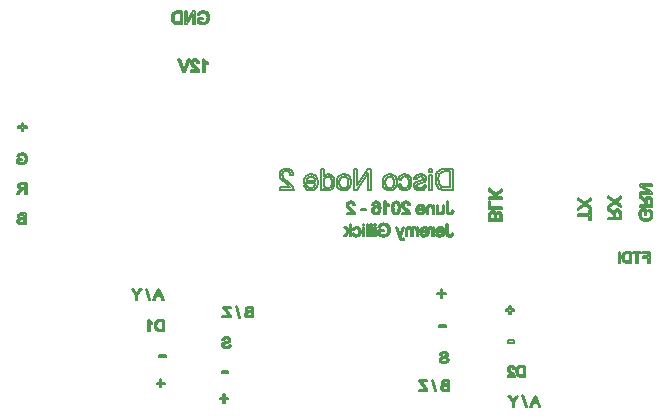
<source format=gbo>
%FSLAX33Y33*%
%MOMM*%
%ADD10C,0.2032*%
D10*
%LNbottom silkscreen_traces*%
%LNtext*%
G01*
X20507Y10851D02*
X20507Y10851D01*
X20468Y10854*
X20432Y10859*
X20400Y10866*
X20371Y10875*
X20344Y10885*
X20320Y10898*
X20298Y10912*
X20279Y10929*
X20261Y10949*
X20245Y10972*
X20230Y10998*
X20218Y11027*
X20209Y11057*
X20204Y11088*
X20203Y11120*
X20205Y11159*
X20214Y11195*
X20228Y11229*
X20248Y11260*
X20273Y11288*
X20303Y11311*
X20338Y11330*
X20378Y11345*
X20378Y11345*
X20347Y11363*
X20321Y11383*
X20298Y11405*
X20280Y11430*
X20266Y11457*
X20256Y11485*
X20250Y11513*
X20248Y11543*
X20250Y11574*
X20257Y11605*
X20268Y11635*
X20284Y11665*
X20304Y11692*
X20327Y11716*
X20354Y11736*
X20385Y11752*
X20420Y11764*
X20460Y11773*
X20505Y11778*
X20556Y11780*
X20904Y11780*
X20904Y10851*
X20550Y10851*
X20507Y10851*
X20782Y11390D02*
X20782Y11390D01*
X20580Y11390*
X20542Y11390*
X20510Y11392*
X20484Y11396*
X20463Y11400*
X20441Y11408*
X20422Y11419*
X20406Y11432*
X20392Y11447*
X20382Y11464*
X20374Y11483*
X20370Y11505*
X20368Y11528*
X20370Y11550*
X20374Y11571*
X20381Y11591*
X20391Y11609*
X20403Y11626*
X20418Y11639*
X20435Y11650*
X20454Y11658*
X20478Y11663*
X20510Y11667*
X20549Y11670*
X20596Y11671*
X20782Y11671*
X20782Y11390*
X20782Y10960D02*
X20782Y10960D01*
X20550Y10960*
X20522Y10960*
X20499Y10961*
X20480Y10962*
X20466Y10964*
X20446Y10969*
X20427Y10974*
X20410Y10981*
X20395Y10990*
X20381Y11000*
X20369Y11011*
X20358Y11025*
X20348Y11041*
X20340Y11059*
X20334Y11078*
X20331Y11098*
X20330Y11120*
X20331Y11145*
X20336Y11168*
X20345Y11190*
X20356Y11210*
X20371Y11228*
X20388Y11243*
X20408Y11255*
X20430Y11264*
X20457Y11271*
X20488Y11276*
X20525Y11279*
X20566Y11280*
X20782Y11280*
X20782Y10960*
X19411Y11796D02*
X19411Y11796D01*
X19502Y11796*
X19771Y10835*
X19680Y10835*
X19411Y11796*
X18288Y10959D02*
X18288Y10959D01*
X18882Y10959*
X18882Y10960*
X18826Y11026*
X18303Y11671*
X18303Y11780*
X18969Y11780*
X18969Y11671*
X18450Y11671*
X18450Y11671*
X18473Y11646*
X18497Y11619*
X18521Y11591*
X18546Y11560*
X19023Y10964*
X19023Y10851*
X18288Y10851*
X18288Y10959*
X51427Y19310D02*
X51427Y19310D01*
X51427Y19310*
X51427Y19475*
X51427Y19475*
X51427Y19500*
X51427Y19500*
X51426Y19522*
X51426Y19522*
X51424Y19540*
X51424Y19540*
X51422Y19554*
X51422Y19554*
X51417Y19570*
X51417Y19570*
X51411Y19587*
X51411Y19587*
X51403Y19603*
X51403Y19603*
X51394Y19619*
X51394Y19619*
X51381Y19635*
X51381Y19636*
X51365Y19653*
X51365Y19653*
X51345Y19672*
X51345Y19672*
X51322Y19691*
X51322Y19691*
X51293Y19713*
X51293Y19713*
X51259Y19737*
X51259Y19737*
X51219Y19764*
X51219Y19764*
X51174Y19794*
X51174Y19794*
X50951Y19936*
X50951Y20113*
X51242Y19927*
X51283Y19899*
X51320Y19870*
X51354Y19840*
X51385Y19809*
X51398Y19793*
X51411Y19773*
X51425Y19750*
X51438Y19723*
X51439Y19723*
X51453Y19796*
X51475Y19858*
X51503Y19910*
X51538Y19952*
X51580Y19984*
X51626Y20007*
X51676Y20021*
X51731Y20026*
X51774Y20023*
X51815Y20015*
X51855Y20001*
X51892Y19981*
X51926Y19957*
X51954Y19929*
X51977Y19897*
X51994Y19862*
X52007Y19820*
X52016Y19770*
X52021Y19711*
X52023Y19644*
X52023Y19168*
X50951Y19168*
X50951Y19310*
X51427Y19310*
X51550Y19310D02*
X51550Y19310D01*
X51550Y19615*
X51551Y19661*
X51555Y19702*
X51561Y19738*
X51570Y19768*
X51582Y19794*
X51596Y19816*
X51614Y19835*
X51634Y19851*
X51657Y19864*
X51681Y19873*
X51705Y19878*
X51731Y19880*
X51767Y19876*
X51800Y19866*
X51830Y19849*
X51856Y19825*
X51877Y19793*
X51893Y19753*
X51902Y19706*
X51905Y19650*
X51905Y19310*
X51550Y19310*
X51517Y20717D02*
X51517Y20717D01*
X51518Y20717*
X52023Y21094*
X52023Y20941*
X51739Y20725*
X51707Y20701*
X51676Y20679*
X51646Y20659*
X51616Y20640*
X51616Y20639*
X51642Y20624*
X51672Y20605*
X51708Y20581*
X51748Y20553*
X52023Y20358*
X52023Y20190*
X51510Y20556*
X51509Y20556*
X50951Y20141*
X50951Y20310*
X51325Y20580*
X51338Y20589*
X51356Y20600*
X51378Y20614*
X51405Y20631*
X51405Y20632*
X51386Y20644*
X51368Y20656*
X51350Y20667*
X51333Y20679*
X50951Y20949*
X50951Y21123*
X51517Y20717*
X36780Y12828D02*
X36780Y12828D01*
X36780Y12829*
X36488Y12829*
X36488Y12951*
X36780Y12951*
X36780Y12951*
X36780Y13243*
X36904Y13243*
X36904Y12951*
X36904Y12951*
X37196Y12951*
X37196Y12829*
X36904Y12829*
X36904Y12828*
X36904Y12534*
X36780Y12534*
X36780Y12828*
X16563Y35685D02*
X16563Y35685D01*
X16506Y35693*
X16449Y35706*
X16393Y35724*
X16338Y35748*
X16284Y35777*
X16230Y35811*
X16178Y35850*
X16178Y36247*
X16631Y36247*
X16631Y36122*
X16316Y36122*
X16316Y36121*
X16316Y35921*
X16316Y35921*
X16341Y35901*
X16341Y35901*
X16372Y35882*
X16372Y35882*
X16408Y35863*
X16408Y35863*
X16449Y35845*
X16449Y35845*
X16494Y35829*
X16494Y35829*
X16538Y35818*
X16538Y35818*
X16584Y35812*
X16584Y35812*
X16630Y35809*
X16630Y35809*
X16682Y35812*
X16682Y35812*
X16733Y35821*
X16733Y35821*
X16783Y35836*
X16783Y35836*
X16831Y35856*
X16831Y35856*
X16875Y35883*
X16875Y35883*
X16914Y35916*
X16914Y35916*
X16947Y35955*
X16947Y35955*
X16975Y36000*
X16975Y36000*
X16996Y36051*
X16996Y36051*
X17012Y36109*
X17012Y36109*
X17021Y36172*
X17021Y36172*
X17024Y36241*
X17024Y36241*
X17022Y36298*
X17022Y36298*
X17014Y36353*
X17014Y36353*
X17001Y36406*
X17001Y36406*
X16983Y36457*
X16983Y36457*
X16970Y36485*
X16970Y36485*
X16954Y36512*
X16954Y36512*
X16936Y36538*
X16936Y36538*
X16915Y36563*
X16915Y36563*
X16892Y36586*
X16892Y36586*
X16865Y36607*
X16865Y36607*
X16834Y36625*
X16834Y36625*
X16800Y36641*
X16800Y36641*
X16763Y36654*
X16763Y36654*
X16723Y36664*
X16723Y36664*
X16679Y36669*
X16679Y36669*
X16632Y36671*
X16632Y36671*
X16592Y36669*
X16592Y36669*
X16554Y36664*
X16554Y36664*
X16518Y36655*
X16518Y36655*
X16484Y36643*
X16484Y36643*
X16452Y36627*
X16452Y36627*
X16425Y36610*
X16425Y36610*
X16401Y36590*
X16401Y36590*
X16381Y36568*
X16381Y36567*
X16364Y36542*
X16364Y36542*
X16348Y36512*
X16348Y36512*
X16334Y36477*
X16334Y36477*
X16321Y36439*
X16194Y36474*
X16209Y36525*
X16228Y36571*
X16250Y36613*
X16275Y36649*
X16304Y36681*
X16338Y36709*
X16378Y36733*
X16422Y36754*
X16471Y36770*
X16522Y36782*
X16576Y36789*
X16633Y36792*
X16710Y36787*
X16784Y36775*
X16852Y36754*
X16916Y36726*
X16974Y36688*
X17024Y36642*
X17068Y36588*
X17104Y36524*
X17133Y36455*
X17153Y36383*
X17166Y36309*
X17170Y36232*
X17166Y36155*
X17153Y36081*
X17133Y36011*
X17104Y35946*
X17067Y35885*
X17022Y35833*
X16969Y35788*
X16909Y35750*
X16842Y35720*
X16772Y35699*
X16699Y35686*
X16622Y35682*
X16563Y35685*
X15124Y36773D02*
X15124Y36773D01*
X15259Y36773*
X15259Y35930*
X15259Y35930*
X15823Y36773*
X15968Y36773*
X15968Y35701*
X15833Y35701*
X15833Y36544*
X15833Y36544*
X15268Y35701*
X15124Y35701*
X15124Y36773*
X14449Y35702D02*
X14449Y35702D01*
X14405Y35705*
X14363Y35711*
X14324Y35719*
X14288Y35729*
X14255Y35741*
X14224Y35756*
X14196Y35773*
X14170Y35792*
X14145Y35815*
X14122Y35841*
X14099Y35870*
X14077Y35903*
X14058Y35940*
X14041Y35981*
X14026Y36026*
X14013Y36075*
X14004Y36127*
X13999Y36183*
X13997Y36243*
X14000Y36312*
X14008Y36378*
X14021Y36440*
X14039Y36498*
X14063Y36551*
X14092Y36599*
X14126Y36643*
X14166Y36681*
X14200Y36707*
X14238Y36728*
X14279Y36745*
X14323Y36758*
X14360Y36765*
X14404Y36769*
X14455Y36772*
X14514Y36773*
X14884Y36773*
X14884Y35701*
X14497Y35701*
X14449Y35702*
X14742Y35827D02*
X14742Y35827D01*
X14513Y35827*
X14463Y35828*
X14418Y35832*
X14379Y35838*
X14346Y35846*
X14318Y35857*
X14292Y35870*
X14269Y35885*
X14250Y35902*
X14226Y35930*
X14205Y35961*
X14187Y35998*
X14171Y36038*
X14159Y36083*
X14150Y36132*
X14145Y36186*
X14143Y36245*
X14146Y36324*
X14157Y36394*
X14174Y36454*
X14198Y36504*
X14227Y36545*
X14260Y36579*
X14295Y36606*
X14333Y36625*
X14366Y36635*
X14407Y36642*
X14458Y36646*
X14517Y36647*
X14742Y36647*
X14742Y35827*
X1594Y21724D02*
X1594Y21724D01*
X1593Y21724*
X1454Y21724*
X1454Y21724*
X1432Y21724*
X1432Y21724*
X1414Y21723*
X1414Y21723*
X1398Y21722*
X1398Y21722*
X1387Y21720*
X1387Y21720*
X1373Y21716*
X1373Y21716*
X1359Y21710*
X1359Y21710*
X1345Y21704*
X1345Y21704*
X1332Y21696*
X1332Y21696*
X1318Y21685*
X1318Y21685*
X1303Y21672*
X1303Y21672*
X1287Y21655*
X1287Y21655*
X1270Y21635*
X1270Y21635*
X1252Y21611*
X1252Y21611*
X1232Y21582*
X1232Y21582*
X1209Y21548*
X1209Y21548*
X1183Y21509*
X1183Y21509*
X1063Y21321*
X0913Y21321*
X1071Y21567*
X1095Y21602*
X1119Y21634*
X1145Y21662*
X1171Y21688*
X1184Y21699*
X1201Y21710*
X1221Y21722*
X1243Y21733*
X1243Y21734*
X1182Y21746*
X1129Y21764*
X1085Y21788*
X1050Y21818*
X1022Y21853*
X1003Y21892*
X0991Y21935*
X0987Y21981*
X0990Y22018*
X0997Y22053*
X1008Y22086*
X1025Y22118*
X1045Y22146*
X1069Y22170*
X1096Y22190*
X1126Y22204*
X1161Y22215*
X1204Y22222*
X1253Y22227*
X1310Y22229*
X1713Y22229*
X1713Y21321*
X1594Y21321*
X1594Y21724*
X1593Y21828D02*
X1593Y21828D01*
X1335Y21828*
X1296Y21829*
X1261Y21832*
X1231Y21837*
X1206Y21845*
X1184Y21855*
X1165Y21867*
X1148Y21882*
X1135Y21899*
X1124Y21919*
X1117Y21939*
X1112Y21959*
X1111Y21981*
X1114Y22012*
X1122Y22040*
X1137Y22065*
X1158Y22087*
X1184Y22105*
X1218Y22118*
X1258Y22126*
X1305Y22129*
X1593Y22129*
X1593Y21828*
X49347Y19580D02*
X49347Y19580D01*
X49348Y19581*
X49348Y19936*
X49473Y19936*
X49473Y19086*
X49348Y19086*
X49348Y19439*
X49347Y19439*
X48401Y19439*
X48401Y19580*
X49347Y19580*
X48967Y20550D02*
X48967Y20550D01*
X48968Y20550*
X49473Y20927*
X49473Y20774*
X49189Y20558*
X49157Y20534*
X49126Y20512*
X49096Y20492*
X49066Y20473*
X49066Y20472*
X49092Y20457*
X49122Y20437*
X49158Y20414*
X49198Y20385*
X49473Y20191*
X49473Y20023*
X48960Y20389*
X48959Y20389*
X48401Y19974*
X48401Y20143*
X48775Y20413*
X48788Y20422*
X48806Y20433*
X48828Y20447*
X48855Y20464*
X48855Y20465*
X48836Y20477*
X48818Y20488*
X48800Y20500*
X48783Y20512*
X48401Y20782*
X48401Y20956*
X48967Y20550*
X1232Y23814D02*
X1232Y23814D01*
X1183Y23821*
X1135Y23832*
X1088Y23847*
X1041Y23867*
X0995Y23892*
X0950Y23920*
X0905Y23953*
X0905Y24290*
X1289Y24289*
X1289Y24184*
X1022Y24184*
X1022Y24183*
X1022Y24014*
X1022Y24014*
X1044Y23997*
X1044Y23997*
X1070Y23980*
X1070Y23980*
X1100Y23965*
X1100Y23965*
X1135Y23949*
X1135Y23949*
X1173Y23936*
X1173Y23936*
X1211Y23927*
X1211Y23927*
X1249Y23921*
X1249Y23921*
X1288Y23919*
X1288Y23919*
X1332Y23922*
X1333Y23922*
X1376Y23929*
X1376Y23929*
X1418Y23942*
X1418Y23942*
X1458Y23959*
X1458Y23959*
X1496Y23981*
X1496Y23981*
X1529Y24009*
X1529Y24009*
X1557Y24042*
X1557Y24042*
X1580Y24081*
X1580Y24081*
X1599Y24124*
X1599Y24124*
X1612Y24173*
X1612Y24173*
X1620Y24226*
X1620Y24226*
X1622Y24284*
X1622Y24284*
X1620Y24333*
X1620Y24333*
X1614Y24379*
X1614Y24379*
X1603Y24424*
X1603Y24424*
X1587Y24467*
X1587Y24467*
X1576Y24491*
X1576Y24491*
X1563Y24514*
X1563Y24515*
X1547Y24536*
X1547Y24537*
X1530Y24557*
X1530Y24558*
X1510Y24577*
X1510Y24577*
X1487Y24595*
X1487Y24595*
X1461Y24610*
X1461Y24610*
X1433Y24624*
X1433Y24624*
X1401Y24635*
X1401Y24635*
X1367Y24643*
X1367Y24643*
X1330Y24647*
X1330Y24647*
X1290Y24649*
X1290Y24649*
X1256Y24647*
X1256Y24647*
X1224Y24643*
X1224Y24643*
X1194Y24635*
X1194Y24635*
X1165Y24625*
X1164Y24625*
X1138Y24612*
X1138Y24612*
X1114Y24597*
X1114Y24597*
X1094Y24580*
X1094Y24580*
X1077Y24561*
X1077Y24561*
X1063Y24539*
X1063Y24539*
X1050Y24514*
X1050Y24514*
X1037Y24485*
X1037Y24485*
X1027Y24452*
X0919Y24482*
X0932Y24525*
X0948Y24564*
X0966Y24599*
X0988Y24630*
X1012Y24657*
X1042Y24681*
X1075Y24701*
X1112Y24719*
X1153Y24733*
X1197Y24743*
X1243Y24749*
X1291Y24751*
X1356Y24747*
X1418Y24737*
X1476Y24719*
X1530Y24695*
X1579Y24663*
X1622Y24624*
X1659Y24578*
X1690Y24524*
X1714Y24466*
X1731Y24405*
X1742Y24342*
X1745Y24277*
X1742Y24212*
X1731Y24149*
X1714Y24090*
X1689Y24035*
X1658Y23984*
X1620Y23939*
X1576Y23901*
X1524Y23869*
X1468Y23844*
X1409Y23826*
X1347Y23815*
X1281Y23812*
X1232Y23814*
X1225Y18761D02*
X1225Y18761D01*
X1187Y18764*
X1152Y18769*
X1120Y18776*
X1092Y18784*
X1066Y18794*
X1042Y18807*
X1021Y18821*
X1002Y18837*
X0985Y18857*
X0969Y18879*
X0955Y18905*
X0943Y18933*
X0934Y18962*
X0929Y18992*
X0928Y19024*
X0930Y19062*
X0939Y19097*
X0953Y19131*
X0972Y19161*
X0996Y19188*
X1026Y19211*
X1060Y19229*
X1099Y19243*
X1099Y19244*
X1069Y19261*
X1043Y19281*
X1021Y19303*
X1003Y19327*
X0989Y19353*
X0980Y19380*
X0974Y19408*
X0972Y19437*
X0974Y19467*
X0981Y19498*
X0992Y19527*
X1007Y19556*
X1027Y19583*
X1050Y19606*
X1076Y19625*
X1106Y19641*
X1140Y19653*
X1179Y19662*
X1223Y19667*
X1273Y19669*
X1613Y19669*
X1613Y18761*
X1267Y18761*
X1225Y18761*
X1493Y19287D02*
X1493Y19287D01*
X1297Y19287*
X1260Y19288*
X1228Y19290*
X1202Y19293*
X1182Y19298*
X1161Y19306*
X1142Y19316*
X1126Y19328*
X1113Y19343*
X1103Y19360*
X1095Y19379*
X1091Y19399*
X1090Y19422*
X1091Y19444*
X1095Y19465*
X1102Y19484*
X1111Y19502*
X1123Y19518*
X1138Y19531*
X1154Y19541*
X1173Y19549*
X1197Y19555*
X1228Y19559*
X1266Y19561*
X1312Y19562*
X1493Y19562*
X1493Y19287*
X1493Y18867D02*
X1493Y18867D01*
X1267Y18867*
X1240Y18868*
X1217Y18868*
X1199Y18870*
X1185Y18872*
X1165Y18876*
X1147Y18882*
X1131Y18888*
X1116Y18896*
X1102Y18906*
X1090Y18918*
X1079Y18931*
X1070Y18947*
X1062Y18964*
X1056Y18983*
X1053Y19002*
X1052Y19024*
X1053Y19048*
X1058Y19071*
X1066Y19092*
X1078Y19112*
X1092Y19129*
X1109Y19144*
X1128Y19156*
X1150Y19165*
X1176Y19171*
X1206Y19176*
X1242Y19179*
X1283Y19180*
X1493Y19180*
X1493Y18867*
X42447Y8906D02*
X42447Y8906D01*
X42986Y8906*
X42986Y8730*
X42447Y8730*
X42447Y8906*
X18247Y6306D02*
X18247Y6306D01*
X18786Y6306*
X18786Y6130*
X18247Y6130*
X18247Y6306*
X44712Y4230D02*
X44712Y4230D01*
X44844Y4230*
X45201Y3301*
X45071Y3301*
X44969Y3582*
X44969Y3582*
X44580Y3582*
X44579Y3582*
X44471Y3301*
X44332Y3301*
X44712Y4230*
X44716Y3940D02*
X44716Y3940D01*
X44716Y3940*
X44736Y3996*
X44736Y3996*
X44754Y4047*
X44754Y4047*
X44769Y4092*
X44769Y4092*
X44781Y4131*
X44790Y4088*
X44790Y4088*
X44802Y4043*
X44802Y4043*
X44815Y3999*
X44815Y3999*
X44831Y3955*
X44831Y3955*
X44933Y3683*
X44619Y3683*
X44716Y3940*
X43683Y4246D02*
X43683Y4246D01*
X43773Y4246*
X44043Y3285*
X43952Y3285*
X43683Y4246*
X42859Y3694D02*
X42859Y3694D01*
X42859Y3694*
X42489Y4230*
X42631Y4230*
X42811Y3957*
X42840Y3912*
X42866Y3870*
X42890Y3830*
X42913Y3792*
X42913Y3792*
X42936Y3832*
X42959Y3871*
X42983Y3910*
X43008Y3950*
X43191Y4230*
X43340Y4230*
X42982Y3694*
X42982Y3694*
X42982Y3301*
X42859Y3301*
X42859Y3694*
X36986Y6987D02*
X36986Y6987D01*
X36940Y6994*
X36897Y7005*
X36856Y7021*
X36818Y7041*
X36786Y7065*
X36757Y7092*
X36734Y7123*
X36715Y7156*
X36702Y7191*
X36694Y7226*
X36691Y7263*
X36694Y7299*
X36701Y7333*
X36713Y7365*
X36730Y7395*
X36752Y7422*
X36779Y7447*
X36812Y7470*
X36850Y7490*
X36884Y7503*
X36929Y7517*
X36986Y7532*
X37056Y7549*
X37056Y7549*
X37124Y7566*
X37124Y7566*
X37177Y7582*
X37177Y7582*
X37216Y7599*
X37216Y7599*
X37241Y7615*
X37242Y7615*
X37257Y7633*
X37257Y7633*
X37269Y7652*
X37269Y7652*
X37276Y7674*
X37276Y7674*
X37278Y7698*
X37278Y7698*
X37275Y7726*
X37275Y7726*
X37265Y7752*
X37265Y7752*
X37249Y7776*
X37249Y7776*
X37227Y7797*
X37227Y7797*
X37197Y7815*
X37197Y7815*
X37160Y7828*
X37160Y7828*
X37116Y7836*
X37116Y7836*
X37063Y7838*
X37063Y7838*
X37013Y7836*
X37013Y7836*
X36969Y7827*
X36969Y7827*
X36932Y7813*
X36932Y7813*
X36901Y7793*
X36901Y7793*
X36876Y7768*
X36876Y7768*
X36857Y7737*
X36857Y7737*
X36844Y7701*
X36844Y7701*
X36836Y7660*
X36719Y7669*
X36723Y7708*
X36732Y7746*
X36746Y7781*
X36765Y7815*
X36788Y7845*
X36816Y7872*
X36849Y7894*
X36886Y7913*
X36927Y7927*
X36971Y7938*
X37018Y7944*
X37069Y7946*
X37114Y7944*
X37158Y7938*
X37200Y7928*
X37239Y7914*
X37275Y7897*
X37307Y7875*
X37333Y7850*
X37356Y7821*
X37373Y7790*
X37386Y7758*
X37393Y7725*
X37396Y7690*
X37394Y7659*
X37387Y7629*
X37377Y7601*
X37363Y7574*
X37345Y7550*
X37322Y7527*
X37295Y7506*
X37264Y7488*
X37233Y7474*
X37193Y7460*
X37144Y7445*
X37084Y7430*
X37026Y7416*
X37026Y7416*
X36979Y7403*
X36979Y7403*
X36943Y7393*
X36943Y7393*
X36919Y7385*
X36919Y7385*
X36891Y7373*
X36891Y7373*
X36868Y7360*
X36868Y7360*
X36849Y7345*
X36849Y7345*
X36835Y7329*
X36835Y7329*
X36823Y7312*
X36823Y7312*
X36815Y7294*
X36815Y7294*
X36811Y7274*
X36811Y7274*
X36809Y7253*
X36809Y7253*
X36811Y7231*
X36811Y7231*
X36816Y7211*
X36816Y7211*
X36824Y7191*
X36824Y7191*
X36835Y7173*
X36835Y7173*
X36850Y7155*
X36850Y7155*
X36869Y7140*
X36869Y7140*
X36891Y7127*
X36891Y7127*
X36916Y7115*
X36916Y7115*
X36944Y7106*
X36944Y7106*
X36974Y7099*
X36974Y7099*
X37006Y7095*
X37006Y7095*
X37041Y7094*
X37041Y7094*
X37079Y7096*
X37079Y7096*
X37116Y7101*
X37116Y7101*
X37151Y7110*
X37151Y7110*
X37184Y7122*
X37184Y7122*
X37213Y7137*
X37213Y7137*
X37239Y7154*
X37239Y7154*
X37260Y7173*
X37260Y7173*
X37277Y7194*
X37277Y7194*
X37291Y7218*
X37291Y7218*
X37302Y7245*
X37302Y7245*
X37310Y7276*
X37310Y7276*
X37316Y7309*
X37431Y7299*
X37427Y7254*
X37417Y7211*
X37401Y7170*
X37380Y7132*
X37354Y7097*
X37322Y7067*
X37287Y7042*
X37246Y7021*
X37201Y7005*
X37151Y6994*
X37095Y6987*
X37035Y6985*
X36986Y6987*
X1300Y26918D02*
X1300Y26918D01*
X1300Y26919*
X1008Y26919*
X1008Y27041*
X1300Y27041*
X1300Y27041*
X1300Y27333*
X1424Y27333*
X1424Y27041*
X1424Y27041*
X1716Y27041*
X1716Y26919*
X1424Y26919*
X1424Y26918*
X1424Y26624*
X1300Y26624*
X1300Y26918*
X13000Y5218D02*
X13000Y5218D01*
X13000Y5219*
X12708Y5219*
X12708Y5341*
X13000Y5341*
X13000Y5341*
X13000Y5633*
X13124Y5633*
X13124Y5341*
X13124Y5341*
X13416Y5341*
X13416Y5219*
X13124Y5219*
X13124Y5218*
X13124Y4924*
X13000Y4924*
X13000Y5218*
X16642Y32728D02*
X16642Y32728D01*
X16726Y32728*
X16746Y32693*
X16746Y32693*
X16772Y32657*
X16772Y32657*
X16805Y32621*
X16805Y32621*
X16843Y32584*
X16843Y32584*
X16886Y32549*
X16886Y32549*
X16933Y32516*
X16933Y32516*
X16983Y32486*
X16983Y32486*
X17036Y32458*
X17036Y32332*
X17005Y32344*
X16971Y32360*
X16936Y32378*
X16898Y32400*
X16861Y32422*
X16828Y32445*
X16799Y32468*
X16773Y32491*
X16772Y32490*
X16772Y31651*
X16642Y31651*
X16642Y32728*
X15611Y31776D02*
X15611Y31776D01*
X16138Y31776*
X16138Y31777*
X16126Y31795*
X16126Y31795*
X16113Y31813*
X16113Y31813*
X16098Y31831*
X16098Y31831*
X16082Y31848*
X16082Y31848*
X16060Y31870*
X16060Y31870*
X16027Y31900*
X16027Y31900*
X15984Y31938*
X15984Y31938*
X15930Y31984*
X15864Y32040*
X15808Y32091*
X15762Y32135*
X15726Y32173*
X15698Y32207*
X15674Y32240*
X15654Y32272*
X15639Y32304*
X15627Y32335*
X15619Y32366*
X15614Y32398*
X15613Y32430*
X15618Y32491*
X15635Y32546*
X15663Y32597*
X15703Y32642*
X15752Y32679*
X15809Y32706*
X15874Y32722*
X15947Y32728*
X16019Y32723*
X16084Y32708*
X16141Y32683*
X16190Y32648*
X16231Y32604*
X16262Y32551*
X16283Y32489*
X16295Y32418*
X16160Y32404*
X16157Y32452*
X16157Y32452*
X16146Y32494*
X16146Y32494*
X16128Y32531*
X16128Y32531*
X16102Y32562*
X16102Y32562*
X16071Y32587*
X16071Y32587*
X16036Y32605*
X16036Y32605*
X15995Y32616*
X15995Y32616*
X15950Y32620*
X15950Y32620*
X15907Y32616*
X15907Y32616*
X15868Y32606*
X15868Y32606*
X15834Y32589*
X15833Y32589*
X15803Y32566*
X15803Y32566*
X15779Y32537*
X15779Y32537*
X15761Y32505*
X15761Y32505*
X15751Y32471*
X15751Y32471*
X15747Y32433*
X15747Y32433*
X15751Y32395*
X15751Y32395*
X15762Y32356*
X15763Y32356*
X15782Y32316*
X15782Y32315*
X15809Y32274*
X15809Y32274*
X15847Y32228*
X15847Y32228*
X15899Y32175*
X15899Y32175*
X15965Y32115*
X15965Y32115*
X16045Y32047*
X16045Y32047*
X16098Y32002*
X16145Y31960*
X16185Y31921*
X16218Y31884*
X16246Y31849*
X16269Y31813*
X16289Y31777*
X16304Y31741*
X16312Y31719*
X16317Y31697*
X16319Y31674*
X16320Y31651*
X15611Y31651*
X15611Y31776*
X14543Y32723D02*
X14543Y32723D01*
X14687Y32723*
X14977Y31944*
X14993Y31900*
X15008Y31856*
X15022Y31812*
X15035Y31767*
X15036Y31767*
X15048Y31810*
X15062Y31853*
X15076Y31897*
X15093Y31944*
X15371Y32723*
X15524Y32723*
X15109Y31651*
X14964Y31651*
X14543Y32723*
X43563Y5841D02*
X43563Y5841D01*
X43524Y5844*
X43488Y5849*
X43455Y5856*
X43423Y5865*
X43394Y5876*
X43368Y5889*
X43344Y5903*
X43321Y5920*
X43300Y5939*
X43279Y5962*
X43259Y5987*
X43241Y6016*
X43224Y6048*
X43209Y6083*
X43196Y6123*
X43185Y6165*
X43177Y6210*
X43172Y6259*
X43171Y6310*
X43173Y6371*
X43180Y6428*
X43191Y6481*
X43207Y6531*
X43228Y6578*
X43253Y6619*
X43283Y6657*
X43317Y6690*
X43347Y6712*
X43380Y6731*
X43415Y6746*
X43454Y6757*
X43485Y6763*
X43524Y6767*
X43568Y6769*
X43619Y6770*
X43939Y6770*
X43939Y5841*
X43604Y5841*
X43563Y5841*
X43817Y5950D02*
X43817Y5950D01*
X43618Y5950*
X43574Y5951*
X43536Y5954*
X43502Y5959*
X43473Y5967*
X43449Y5976*
X43426Y5988*
X43407Y6001*
X43390Y6015*
X43369Y6039*
X43351Y6067*
X43335Y6098*
X43322Y6133*
X43311Y6172*
X43303Y6215*
X43299Y6262*
X43297Y6312*
X43300Y6381*
X43309Y6441*
X43324Y6493*
X43345Y6537*
X43371Y6573*
X43398Y6602*
X43429Y6625*
X43462Y6642*
X43490Y6650*
X43526Y6656*
X43570Y6660*
X43621Y6661*
X43817Y6661*
X43817Y5950*
X42447Y5949D02*
X42447Y5949D01*
X42903Y5949*
X42904Y5950*
X42893Y5966*
X42893Y5966*
X42882Y5981*
X42882Y5981*
X42869Y5997*
X42869Y5997*
X42855Y6012*
X42855Y6012*
X42836Y6031*
X42836Y6031*
X42808Y6057*
X42808Y6057*
X42770Y6090*
X42770Y6090*
X42723Y6129*
X42666Y6178*
X42618Y6222*
X42578Y6260*
X42547Y6293*
X42522Y6322*
X42502Y6351*
X42485Y6379*
X42471Y6406*
X42461Y6433*
X42454Y6461*
X42450Y6488*
X42449Y6516*
X42453Y6569*
X42468Y6617*
X42492Y6660*
X42526Y6700*
X42569Y6732*
X42618Y6755*
X42675Y6769*
X42738Y6774*
X42801Y6770*
X42857Y6757*
X42906Y6735*
X42949Y6705*
X42984Y6667*
X43011Y6621*
X43030Y6567*
X43040Y6506*
X42923Y6494*
X42920Y6535*
X42920Y6535*
X42910Y6571*
X42910Y6571*
X42895Y6603*
X42895Y6603*
X42873Y6631*
X42873Y6631*
X42846Y6652*
X42846Y6652*
X42815Y6668*
X42815Y6668*
X42780Y6677*
X42780Y6677*
X42741Y6680*
X42741Y6680*
X42703Y6677*
X42703Y6677*
X42670Y6669*
X42670Y6669*
X42640Y6654*
X42640Y6654*
X42614Y6634*
X42614Y6633*
X42592Y6609*
X42592Y6609*
X42577Y6581*
X42577Y6581*
X42568Y6551*
X42568Y6551*
X42565Y6519*
X42565Y6519*
X42568Y6486*
X42568Y6486*
X42578Y6452*
X42578Y6452*
X42595Y6417*
X42595Y6417*
X42618Y6381*
X42618Y6381*
X42651Y6341*
X42651Y6341*
X42696Y6295*
X42696Y6295*
X42754Y6243*
X42754Y6243*
X42823Y6184*
X42823Y6184*
X42869Y6145*
X42910Y6108*
X42944Y6074*
X42973Y6043*
X42997Y6012*
X43018Y5981*
X43035Y5950*
X43048Y5919*
X43054Y5900*
X43059Y5880*
X43061Y5860*
X43061Y5841*
X42447Y5841*
X42447Y5949*
X40852Y19519D02*
X40852Y19519D01*
X40855Y19564*
X40861Y19605*
X40868Y19642*
X40878Y19676*
X40891Y19707*
X40905Y19735*
X40921Y19760*
X40941Y19782*
X40964Y19803*
X40991Y19821*
X41021Y19838*
X41054Y19852*
X41089Y19862*
X41124Y19868*
X41161Y19870*
X41207Y19867*
X41249Y19857*
X41288Y19841*
X41324Y19818*
X41355Y19789*
X41382Y19754*
X41404Y19714*
X41421Y19668*
X41422Y19668*
X41442Y19704*
X41465Y19734*
X41491Y19760*
X41520Y19781*
X41551Y19797*
X41582Y19809*
X41615Y19816*
X41649Y19818*
X41686Y19816*
X41721Y19808*
X41756Y19794*
X41791Y19776*
X41822Y19753*
X41849Y19726*
X41872Y19695*
X41891Y19660*
X41905Y19620*
X41915Y19573*
X41921Y19521*
X41923Y19463*
X41923Y19060*
X40851Y19060*
X40851Y19469*
X40852Y19519*
X41473Y19202D02*
X41473Y19202D01*
X41473Y19434*
X41473Y19478*
X41476Y19515*
X41480Y19546*
X41485Y19570*
X41494Y19595*
X41506Y19617*
X41521Y19636*
X41538Y19651*
X41558Y19663*
X41581Y19672*
X41605Y19677*
X41632Y19679*
X41658Y19677*
X41682Y19672*
X41705Y19664*
X41726Y19653*
X41745Y19639*
X41761Y19622*
X41773Y19602*
X41782Y19580*
X41789Y19552*
X41793Y19515*
X41796Y19470*
X41797Y19417*
X41797Y19202*
X41473Y19202*
X40977Y19202D02*
X40977Y19202D01*
X40977Y19469*
X40977Y19501*
X40978Y19528*
X40980Y19549*
X40982Y19566*
X40987Y19589*
X40994Y19611*
X41002Y19631*
X41011Y19648*
X41023Y19664*
X41036Y19678*
X41052Y19691*
X41071Y19702*
X41091Y19711*
X41113Y19718*
X41136Y19722*
X41161Y19723*
X41190Y19722*
X41217Y19716*
X41243Y19706*
X41266Y19693*
X41286Y19676*
X41303Y19656*
X41317Y19633*
X41328Y19607*
X41336Y19577*
X41341Y19541*
X41345Y19499*
X41346Y19450*
X41346Y19202*
X40977Y19202*
X40976Y20731D02*
X40976Y20731D01*
X40976Y20202*
X40976Y20202*
X41923Y20202*
X41923Y20061*
X40851Y20061*
X40851Y20731*
X40976Y20731*
X41489Y21312D02*
X41489Y21312D01*
X41489Y21312*
X41923Y21761*
X41923Y21570*
X41391Y21037*
X41391Y21036*
X41923Y21036*
X41923Y20895*
X40851Y20895*
X40851Y21036*
X41222Y21036*
X41222Y21036*
X41394Y21212*
X41394Y21213*
X40851Y21595*
X40851Y21781*
X41489Y21312*
X18546Y8237D02*
X18546Y8237D01*
X18500Y8244*
X18457Y8255*
X18416Y8271*
X18378Y8291*
X18346Y8315*
X18317Y8342*
X18294Y8373*
X18275Y8406*
X18262Y8441*
X18254Y8476*
X18251Y8513*
X18254Y8549*
X18261Y8583*
X18273Y8615*
X18290Y8645*
X18312Y8672*
X18339Y8697*
X18372Y8720*
X18410Y8740*
X18444Y8753*
X18489Y8767*
X18546Y8782*
X18616Y8799*
X18616Y8799*
X18684Y8816*
X18684Y8816*
X18737Y8832*
X18737Y8832*
X18776Y8849*
X18776Y8849*
X18801Y8865*
X18802Y8865*
X18817Y8883*
X18817Y8883*
X18829Y8902*
X18829Y8902*
X18836Y8924*
X18836Y8924*
X18838Y8948*
X18838Y8948*
X18835Y8976*
X18835Y8976*
X18825Y9002*
X18825Y9002*
X18809Y9026*
X18809Y9026*
X18787Y9047*
X18787Y9047*
X18757Y9065*
X18757Y9065*
X18720Y9078*
X18720Y9078*
X18676Y9086*
X18676Y9086*
X18623Y9088*
X18623Y9088*
X18573Y9086*
X18573Y9086*
X18529Y9077*
X18529Y9077*
X18492Y9063*
X18492Y9063*
X18461Y9043*
X18461Y9043*
X18436Y9018*
X18436Y9018*
X18417Y8987*
X18417Y8987*
X18404Y8951*
X18404Y8951*
X18396Y8910*
X18279Y8919*
X18283Y8958*
X18292Y8996*
X18306Y9031*
X18325Y9065*
X18348Y9095*
X18376Y9122*
X18409Y9144*
X18446Y9163*
X18487Y9177*
X18531Y9188*
X18578Y9194*
X18629Y9196*
X18674Y9194*
X18718Y9188*
X18760Y9178*
X18799Y9164*
X18835Y9147*
X18867Y9125*
X18893Y9100*
X18916Y9071*
X18933Y9040*
X18946Y9008*
X18953Y8975*
X18956Y8940*
X18954Y8909*
X18947Y8879*
X18937Y8851*
X18923Y8824*
X18905Y8800*
X18882Y8777*
X18855Y8756*
X18824Y8738*
X18793Y8724*
X18753Y8710*
X18704Y8695*
X18644Y8680*
X18586Y8666*
X18586Y8666*
X18539Y8653*
X18539Y8653*
X18503Y8643*
X18503Y8643*
X18479Y8635*
X18479Y8635*
X18451Y8623*
X18451Y8623*
X18428Y8610*
X18428Y8610*
X18409Y8595*
X18409Y8595*
X18395Y8579*
X18395Y8579*
X18383Y8562*
X18383Y8562*
X18375Y8544*
X18375Y8544*
X18371Y8524*
X18371Y8524*
X18369Y8503*
X18369Y8503*
X18371Y8481*
X18371Y8481*
X18376Y8461*
X18376Y8461*
X18384Y8441*
X18384Y8441*
X18395Y8423*
X18395Y8423*
X18410Y8405*
X18410Y8405*
X18429Y8390*
X18429Y8390*
X18451Y8377*
X18451Y8377*
X18476Y8365*
X18476Y8365*
X18504Y8356*
X18504Y8356*
X18534Y8349*
X18534Y8349*
X18566Y8345*
X18566Y8345*
X18601Y8344*
X18601Y8344*
X18639Y8346*
X18639Y8346*
X18676Y8351*
X18676Y8351*
X18711Y8360*
X18711Y8360*
X18744Y8372*
X18744Y8372*
X18773Y8387*
X18773Y8387*
X18799Y8404*
X18799Y8404*
X18820Y8423*
X18820Y8423*
X18837Y8444*
X18837Y8444*
X18851Y8468*
X18851Y8468*
X18862Y8495*
X18862Y8495*
X18870Y8526*
X18870Y8526*
X18876Y8559*
X18991Y8549*
X18987Y8504*
X18977Y8461*
X18961Y8420*
X18940Y8382*
X18914Y8347*
X18882Y8317*
X18847Y8292*
X18806Y8271*
X18761Y8255*
X18711Y8244*
X18655Y8237*
X18595Y8235*
X18546Y8237*
X37083Y21652D02*
X37083Y21652D01*
X37008Y21658*
X36939Y21668*
X36874Y21681*
X36814Y21698*
X36758Y21719*
X36707Y21743*
X36661Y21771*
X36617Y21803*
X36576Y21841*
X36536Y21884*
X36498Y21933*
X36462Y21988*
X36430Y22050*
X36401Y22118*
X36376Y22193*
X36355Y22275*
X36340Y22362*
X36331Y22456*
X36328Y22555*
X36333Y22671*
X36346Y22780*
X36368Y22883*
X36398Y22980*
X36438Y23069*
X36486Y23149*
X36544Y23221*
X36610Y23285*
X36667Y23328*
X36730Y23364*
X36798Y23392*
X36872Y23413*
X36933Y23425*
X37007Y23433*
X37093Y23437*
X37191Y23439*
X37807Y23439*
X37807Y21651*
X37161Y21651*
X37083Y21652*
X37570Y21861D02*
X37570Y21861D01*
X37188Y21861*
X37105Y21863*
X37030Y21869*
X36966Y21880*
X36911Y21894*
X36863Y21912*
X36820Y21934*
X36782Y21959*
X36750Y21987*
X36710Y22033*
X36675Y22086*
X36645Y22146*
X36619Y22213*
X36598Y22288*
X36584Y22371*
X36575Y22461*
X36572Y22558*
X36578Y22690*
X36595Y22806*
X36624Y22906*
X36664Y22990*
X36713Y23059*
X36766Y23116*
X36825Y23160*
X36888Y23192*
X36943Y23208*
X37012Y23219*
X37096Y23226*
X37194Y23228*
X37570Y23228*
X37570Y21861*
X35809Y23439D02*
X35809Y23439D01*
X36028Y23439*
X36028Y23187*
X35809Y23187*
X35809Y23439*
X35809Y22946D02*
X35809Y22946D01*
X36028Y22946*
X36028Y21651*
X35809Y21651*
X35809Y22946*
X34934Y21625D02*
X34934Y21625D01*
X34864Y21634*
X34797Y21651*
X34735Y21674*
X34678Y21704*
X34628Y21738*
X34586Y21779*
X34550Y21824*
X34522Y21873*
X34502Y21924*
X34490Y21977*
X34486Y22031*
X34489Y22085*
X34499Y22134*
X34516Y22179*
X34539Y22219*
X34567Y22254*
X34601Y22285*
X34639Y22312*
X34683Y22334*
X34738Y22355*
X34810Y22379*
X34900Y22406*
X35008Y22436*
X35081Y22456*
X35081Y22456*
X35137Y22472*
X35137Y22472*
X35178Y22484*
X35178Y22484*
X35202Y22492*
X35202Y22492*
X35229Y22504*
X35229Y22504*
X35252Y22518*
X35252Y22518*
X35271Y22534*
X35271Y22534*
X35287Y22551*
X35287Y22551*
X35299Y22568*
X35299Y22568*
X35307Y22587*
X35307Y22587*
X35312Y22607*
X35312Y22607*
X35314Y22628*
X35314Y22628*
X35310Y22660*
X35310Y22660*
X35298Y22691*
X35298Y22691*
X35277Y22719*
X35277Y22719*
X35249Y22745*
X35249Y22745*
X35211Y22767*
X35211Y22767*
X35162Y22783*
X35162Y22783*
X35103Y22792*
X35103Y22792*
X35033Y22796*
X35032Y22796*
X34972Y22792*
X34972Y22792*
X34919Y22781*
X34919Y22781*
X34873Y22764*
X34873Y22764*
X34834Y22739*
X34834Y22739*
X34802Y22708*
X34802Y22708*
X34777Y22672*
X34777Y22672*
X34760Y22630*
X34760Y22630*
X34749Y22583*
X34535Y22612*
X34547Y22671*
X34564Y22725*
X34585Y22772*
X34611Y22812*
X34642Y22848*
X34680Y22880*
X34727Y22907*
X34781Y22931*
X34841Y22950*
X34905Y22964*
X34974Y22972*
X35048Y22975*
X35098Y22974*
X35146Y22969*
X35193Y22960*
X35238Y22949*
X35280Y22935*
X35317Y22920*
X35350Y22903*
X35378Y22885*
X35410Y22859*
X35439Y22830*
X35464Y22798*
X35486Y22762*
X35503Y22725*
X35515Y22685*
X35523Y22645*
X35525Y22602*
X35522Y22556*
X35513Y22511*
X35498Y22469*
X35477Y22428*
X35450Y22391*
X35418Y22358*
X35379Y22330*
X35336Y22305*
X35280Y22282*
X35205Y22257*
X35112Y22229*
X35001Y22200*
X35001Y22200*
X34919Y22178*
X34919Y22178*
X34855Y22159*
X34855Y22159*
X34807Y22141*
X34807Y22141*
X34776Y22125*
X34776Y22125*
X34748Y22102*
X34747Y22102*
X34727Y22074*
X34727Y22074*
X34715Y22043*
X34715Y22043*
X34711Y22008*
X34711Y22008*
X34716Y21967*
X34716Y21967*
X34729Y21930*
X34729Y21930*
X34752Y21895*
X34752Y21895*
X34784Y21863*
X34784Y21863*
X34826Y21836*
X34826Y21836*
X34877Y21816*
X34877Y21816*
X34938Y21805*
X34938Y21805*
X35009Y21801*
X35009Y21801*
X35080Y21805*
X35080Y21805*
X35143Y21818*
X35143Y21818*
X35197Y21840*
X35197Y21840*
X35243Y21871*
X35243Y21871*
X35281Y21909*
X35281Y21909*
X35311Y21956*
X35311Y21956*
X35332Y22009*
X35332Y22010*
X35345Y22071*
X35562Y22037*
X35538Y21940*
X35501Y21856*
X35453Y21785*
X35393Y21726*
X35319Y21680*
X35231Y21647*
X35127Y21628*
X35008Y21621*
X34934Y21625*
X33600Y21629D02*
X33600Y21629D01*
X33506Y21653*
X33421Y21692*
X33344Y21747*
X33278Y21817*
X33226Y21898*
X33187Y21991*
X33163Y22096*
X33378Y22124*
X33393Y22048*
X33393Y22048*
X33417Y21981*
X33417Y21981*
X33448Y21925*
X33448Y21925*
X33488Y21880*
X33488Y21880*
X33534Y21846*
X33534Y21846*
X33585Y21821*
X33585Y21821*
X33642Y21806*
X33642Y21806*
X33704Y21801*
X33704Y21801*
X33781Y21808*
X33781Y21808*
X33850Y21830*
X33850Y21831*
X33912Y21868*
X33912Y21868*
X33966Y21919*
X33966Y21919*
X34010Y21988*
X34010Y21988*
X34041Y22074*
X34041Y22074*
X34060Y22178*
X34060Y22178*
X34066Y22299*
X34066Y22299*
X34060Y22420*
X34060Y22420*
X34040Y22522*
X34040Y22523*
X34008Y22608*
X34008Y22608*
X33962Y22676*
X33962Y22676*
X33906Y22728*
X33906Y22728*
X33843Y22766*
X33843Y22766*
X33771Y22788*
X33771Y22788*
X33692Y22796*
X33692Y22796*
X33639Y22791*
X33639Y22791*
X33590Y22779*
X33590Y22779*
X33545Y22758*
X33545Y22758*
X33504Y22730*
X33504Y22729*
X33469Y22692*
X33468Y22692*
X33439Y22647*
X33439Y22647*
X33414Y22594*
X33414Y22594*
X33396Y22533*
X33184Y22566*
X33208Y22658*
X33245Y22739*
X33294Y22810*
X33356Y22868*
X33427Y22915*
X33509Y22948*
X33600Y22969*
X33701Y22975*
X33783Y22970*
X33861Y22956*
X33937Y22931*
X34010Y22897*
X34076Y22852*
X34134Y22798*
X34182Y22734*
X34221Y22661*
X34252Y22579*
X34274Y22490*
X34287Y22395*
X34291Y22293*
X34281Y22140*
X34251Y22006*
X34200Y21891*
X34129Y21795*
X34042Y21719*
X33942Y21665*
X33828Y21632*
X33702Y21621*
X33600Y21629*
X32365Y21626D02*
X32365Y21626D01*
X32285Y21641*
X32209Y21666*
X32135Y21700*
X32068Y21744*
X32009Y21796*
X31959Y21855*
X31917Y21923*
X31884Y22001*
X31861Y22093*
X31847Y22198*
X31842Y22316*
X31853Y22462*
X31884Y22592*
X31937Y22704*
X32011Y22800*
X32102Y22877*
X32205Y22931*
X32321Y22964*
X32448Y22975*
X32564Y22966*
X32670Y22939*
X32767Y22894*
X32855Y22831*
X32943Y22733*
X33006Y22611*
X33043Y22466*
X33056Y22298*
X33045Y22144*
X33014Y22008*
X32961Y21892*
X32888Y21796*
X32797Y21719*
X32694Y21665*
X32578Y21632*
X32448Y21621*
X32365Y21626*
X32830Y22298D02*
X32830Y22298D01*
X32823Y22182*
X32803Y22080*
X32769Y21995*
X32722Y21925*
X32664Y21871*
X32599Y21832*
X32527Y21809*
X32448Y21801*
X32370Y21809*
X32298Y21832*
X32234Y21871*
X32176Y21926*
X32128Y21996*
X32094Y22083*
X32074Y22186*
X32067Y22306*
X32074Y22418*
X32095Y22517*
X32129Y22601*
X32177Y22670*
X32234Y22724*
X32299Y22763*
X32370Y22786*
X32448Y22794*
X32527Y22786*
X32599Y22763*
X32664Y22724*
X32722Y22671*
X32769Y22601*
X32803Y22516*
X32823Y22415*
X32830Y22298*
X29454Y23439D02*
X29454Y23439D01*
X29680Y23439*
X29680Y22034*
X29681Y22034*
X30621Y23439*
X30863Y23439*
X30863Y21651*
X30637Y21651*
X30637Y23057*
X30636Y23057*
X29696Y21651*
X29454Y21651*
X29454Y23439*
X28475Y21626D02*
X28475Y21626D01*
X28395Y21641*
X28318Y21666*
X28245Y21700*
X28177Y21744*
X28119Y21796*
X28068Y21855*
X28027Y21923*
X27994Y22001*
X27970Y22093*
X27956Y22198*
X27952Y22316*
X27962Y22462*
X27994Y22592*
X28047Y22704*
X28121Y22800*
X28212Y22877*
X28315Y22931*
X28430Y22964*
X28558Y22975*
X28673Y22966*
X28780Y22939*
X28877Y22894*
X28965Y22831*
X29053Y22733*
X29115Y22611*
X29153Y22466*
X29165Y22298*
X29155Y22144*
X29123Y22008*
X29071Y21892*
X28997Y21796*
X28907Y21719*
X28804Y21665*
X28687Y21632*
X28558Y21621*
X28475Y21626*
X28940Y22298D02*
X28940Y22298D01*
X28933Y22182*
X28913Y22080*
X28879Y21995*
X28831Y21925*
X28773Y21871*
X28708Y21832*
X28637Y21809*
X28558Y21801*
X28479Y21809*
X28408Y21832*
X28343Y21871*
X28286Y21926*
X28238Y21996*
X28204Y22083*
X28184Y22186*
X28177Y22306*
X28184Y22418*
X28204Y22517*
X28238Y22601*
X28286Y22670*
X28344Y22724*
X28409Y22763*
X28480Y22786*
X28558Y22794*
X28637Y22786*
X28708Y22763*
X28773Y22724*
X28831Y22671*
X28879Y22601*
X28913Y22516*
X28933Y22415*
X28940Y22298*
X27103Y21633D02*
X27103Y21633D01*
X27005Y21669*
X26922Y21730*
X26853Y21814*
X26852Y21814*
X26852Y21651*
X26649Y21651*
X26649Y23439*
X26867Y23439*
X26867Y22797*
X26867Y22797*
X26898Y22835*
X26933Y22869*
X26973Y22899*
X27016Y22926*
X27064Y22947*
X27114Y22963*
X27168Y22972*
X27225Y22975*
X27303Y22970*
X27377Y22954*
X27447Y22928*
X27514Y22891*
X27574Y22844*
X27627Y22788*
X27671Y22723*
X27708Y22649*
X27736Y22568*
X27756Y22482*
X27768Y22392*
X27772Y22297*
X27768Y22200*
X27754Y22110*
X27732Y22024*
X27701Y21945*
X27662Y21873*
X27615Y21809*
X27561Y21753*
X27500Y21707*
X27433Y21669*
X27364Y21643*
X27291Y21627*
X27215Y21621*
X27103Y21633*
X27547Y22297D02*
X27547Y22297D01*
X27540Y22180*
X27521Y22079*
X27488Y21994*
X27442Y21925*
X27387Y21871*
X27328Y21832*
X27263Y21809*
X27194Y21801*
X27125Y21809*
X27061Y21831*
X27002Y21868*
X26949Y21919*
X26905Y21986*
X26874Y22068*
X26855Y22166*
X26849Y22279*
X26855Y22403*
X26874Y22509*
X26906Y22598*
X26951Y22669*
X27006Y22724*
X27066Y22763*
X27132Y22786*
X27204Y22794*
X27274Y22786*
X27338Y22764*
X27397Y22727*
X27449Y22674*
X27492Y22606*
X27522Y22520*
X27541Y22417*
X27547Y22297*
X25651Y21628D02*
X25651Y21628D01*
X25553Y21649*
X25465Y21683*
X25388Y21731*
X25321Y21791*
X25266Y21863*
X25222Y21946*
X25189Y22039*
X25415Y22067*
X25442Y22002*
X25442Y22002*
X25474Y21947*
X25474Y21947*
X25510Y21901*
X25510Y21901*
X25551Y21864*
X25551Y21864*
X25596Y21837*
X25596Y21837*
X25645Y21817*
X25645Y21817*
X25699Y21805*
X25699Y21805*
X25757Y21801*
X25757Y21801*
X25835Y21808*
X25835Y21808*
X25906Y21829*
X25907Y21829*
X25971Y21865*
X25971Y21865*
X26029Y21915*
X26029Y21915*
X26077Y21978*
X26077Y21978*
X26113Y22053*
X26113Y22053*
X26138Y22141*
X26138Y22141*
X26150Y22242*
X26149Y22243*
X25183Y22243*
X25182Y22260*
X25182Y22276*
X25182Y22290*
X25182Y22301*
X25192Y22452*
X25223Y22586*
X25274Y22701*
X25346Y22798*
X25435Y22876*
X25535Y22931*
X25647Y22964*
X25771Y22975*
X25899Y22964*
X26014Y22930*
X26117Y22874*
X26207Y22795*
X26281Y22695*
X26334Y22578*
X26365Y22442*
X26376Y22287*
X26365Y22138*
X26334Y22006*
X26282Y21893*
X26209Y21796*
X26119Y21720*
X26013Y21665*
X25893Y21632*
X25759Y21621*
X25651Y21628*
X26137Y22423D02*
X26137Y22423D01*
X25413Y22423*
X25424Y22499*
X25441Y22566*
X25465Y22622*
X25496Y22668*
X25553Y22724*
X25617Y22763*
X25689Y22787*
X25768Y22795*
X25841Y22789*
X25908Y22770*
X25968Y22738*
X26023Y22694*
X26069Y22639*
X26103Y22575*
X26126Y22503*
X26137Y22423*
X23125Y21861D02*
X23125Y21861D01*
X24002Y21861*
X24003Y21861*
X23983Y21891*
X23983Y21891*
X23961Y21921*
X23961Y21921*
X23936Y21951*
X23936Y21951*
X23910Y21981*
X23910Y21981*
X23873Y22017*
X23873Y22017*
X23818Y22066*
X23818Y22066*
X23746Y22129*
X23746Y22129*
X23656Y22206*
X23546Y22301*
X23453Y22385*
X23376Y22458*
X23317Y22521*
X23270Y22577*
X23230Y22633*
X23197Y22687*
X23171Y22739*
X23152Y22791*
X23138Y22844*
X23130Y22897*
X23127Y22950*
X23137Y23051*
X23165Y23144*
X23212Y23228*
X23277Y23304*
X23359Y23366*
X23454Y23411*
X23563Y23437*
X23685Y23446*
X23806Y23438*
X23914Y23413*
X24009Y23372*
X24091Y23314*
X24158Y23240*
X24210Y23152*
X24246Y23048*
X24265Y22930*
X24040Y22907*
X24034Y22986*
X24034Y22986*
X24016Y23056*
X24016Y23056*
X23986Y23118*
X23986Y23118*
X23944Y23170*
X23944Y23170*
X23892Y23212*
X23892Y23212*
X23833Y23242*
X23832Y23242*
X23765Y23260*
X23765Y23260*
X23690Y23265*
X23690Y23265*
X23618Y23260*
X23618Y23260*
X23553Y23243*
X23553Y23243*
X23496Y23215*
X23496Y23215*
X23446Y23176*
X23446Y23176*
X23405Y23128*
X23405Y23128*
X23375Y23076*
X23375Y23075*
X23358Y23018*
X23358Y23018*
X23352Y22955*
X23352Y22955*
X23359Y22892*
X23359Y22892*
X23378Y22826*
X23378Y22826*
X23410Y22759*
X23410Y22759*
X23455Y22690*
X23455Y22690*
X23518Y22614*
X23518Y22614*
X23605Y22526*
X23605Y22526*
X23715Y22425*
X23715Y22425*
X23849Y22311*
X23849Y22311*
X23938Y22237*
X24015Y22167*
X24081Y22101*
X24137Y22040*
X24183Y21982*
X24222Y21922*
X24255Y21863*
X24281Y21802*
X24293Y21765*
X24302Y21728*
X24306Y21689*
X24307Y21651*
X23125Y21651*
X23125Y21861*
X53585Y19637D02*
X53585Y19637D01*
X53593Y19694*
X53606Y19751*
X53624Y19807*
X53648Y19862*
X53677Y19916*
X53711Y19970*
X53750Y20022*
X54147Y20022*
X54147Y19569*
X54022Y19569*
X54022Y19884*
X54021Y19884*
X53821Y19884*
X53821Y19884*
X53801Y19859*
X53801Y19859*
X53782Y19828*
X53782Y19828*
X53763Y19792*
X53763Y19792*
X53745Y19751*
X53745Y19751*
X53729Y19706*
X53729Y19706*
X53718Y19662*
X53718Y19662*
X53712Y19616*
X53712Y19616*
X53709Y19570*
X53709Y19570*
X53712Y19518*
X53712Y19518*
X53721Y19467*
X53721Y19467*
X53736Y19417*
X53736Y19417*
X53756Y19369*
X53756Y19369*
X53783Y19325*
X53783Y19325*
X53816Y19286*
X53816Y19286*
X53855Y19253*
X53855Y19253*
X53900Y19225*
X53900Y19225*
X53951Y19204*
X53951Y19204*
X54009Y19188*
X54009Y19188*
X54072Y19179*
X54072Y19179*
X54141Y19176*
X54141Y19176*
X54198Y19178*
X54198Y19178*
X54253Y19186*
X54253Y19186*
X54306Y19199*
X54306Y19199*
X54357Y19217*
X54357Y19217*
X54385Y19230*
X54385Y19230*
X54412Y19246*
X54412Y19246*
X54438Y19264*
X54438Y19264*
X54463Y19285*
X54463Y19285*
X54486Y19308*
X54486Y19308*
X54507Y19335*
X54507Y19335*
X54525Y19366*
X54525Y19366*
X54541Y19400*
X54541Y19400*
X54554Y19437*
X54554Y19437*
X54564Y19477*
X54564Y19477*
X54569Y19521*
X54569Y19521*
X54571Y19568*
X54571Y19568*
X54569Y19608*
X54569Y19608*
X54564Y19646*
X54564Y19646*
X54555Y19682*
X54555Y19682*
X54543Y19716*
X54543Y19716*
X54527Y19748*
X54527Y19748*
X54510Y19775*
X54510Y19775*
X54490Y19799*
X54490Y19799*
X54468Y19819*
X54467Y19819*
X54442Y19836*
X54442Y19836*
X54412Y19852*
X54412Y19852*
X54377Y19866*
X54377Y19866*
X54339Y19879*
X54374Y20006*
X54425Y19991*
X54471Y19972*
X54513Y19950*
X54549Y19925*
X54581Y19896*
X54609Y19862*
X54633Y19822*
X54654Y19778*
X54670Y19729*
X54682Y19678*
X54689Y19624*
X54692Y19567*
X54687Y19490*
X54675Y19416*
X54654Y19348*
X54626Y19284*
X54588Y19226*
X54542Y19176*
X54488Y19132*
X54424Y19096*
X54355Y19067*
X54283Y19047*
X54209Y19034*
X54132Y19030*
X54055Y19034*
X53981Y19047*
X53911Y19067*
X53846Y19096*
X53785Y19133*
X53733Y19178*
X53688Y19231*
X53650Y19291*
X53620Y19358*
X53599Y19428*
X53586Y19501*
X53582Y19578*
X53585Y19637*
X54077Y20376D02*
X54077Y20376D01*
X54077Y20377*
X54077Y20542*
X54077Y20542*
X54077Y20567*
X54077Y20567*
X54076Y20589*
X54076Y20589*
X54074Y20607*
X54074Y20607*
X54072Y20621*
X54072Y20621*
X54067Y20637*
X54067Y20637*
X54061Y20654*
X54061Y20654*
X54053Y20670*
X54053Y20670*
X54044Y20686*
X54044Y20686*
X54031Y20702*
X54031Y20702*
X54015Y20720*
X54015Y20720*
X53995Y20738*
X53995Y20738*
X53972Y20758*
X53972Y20758*
X53943Y20780*
X53943Y20780*
X53909Y20804*
X53909Y20804*
X53869Y20831*
X53869Y20831*
X53824Y20861*
X53824Y20861*
X53601Y21003*
X53601Y21180*
X53892Y20994*
X53933Y20966*
X53970Y20937*
X54004Y20907*
X54035Y20876*
X54048Y20860*
X54061Y20840*
X54075Y20817*
X54088Y20790*
X54089Y20790*
X54103Y20863*
X54125Y20925*
X54153Y20977*
X54188Y21019*
X54230Y21051*
X54276Y21074*
X54326Y21088*
X54381Y21093*
X54424Y21090*
X54465Y21081*
X54505Y21068*
X54542Y21048*
X54576Y21024*
X54604Y20996*
X54627Y20964*
X54644Y20929*
X54657Y20887*
X54666Y20837*
X54671Y20778*
X54673Y20711*
X54673Y20235*
X53601Y20235*
X53601Y20376*
X54077Y20376*
X54200Y20377D02*
X54200Y20377D01*
X54200Y20682*
X54201Y20728*
X54205Y20769*
X54211Y20804*
X54220Y20835*
X54232Y20860*
X54246Y20883*
X54264Y20902*
X54284Y20918*
X54307Y20931*
X54331Y20939*
X54355Y20945*
X54381Y20947*
X54417Y20943*
X54450Y20933*
X54480Y20916*
X54506Y20891*
X54527Y20860*
X54543Y20820*
X54552Y20772*
X54555Y20717*
X54555Y20377*
X54200Y20377*
X54673Y22160D02*
X54673Y22160D01*
X54673Y22025*
X53830Y22025*
X53830Y22024*
X54673Y21460*
X54673Y21315*
X53601Y21315*
X53601Y21450*
X54444Y21450*
X54444Y21451*
X53601Y22015*
X53601Y22160*
X54673Y22160*
X18350Y3918D02*
X18350Y3918D01*
X18350Y3919*
X18058Y3919*
X18058Y4041*
X18350Y4041*
X18350Y4041*
X18350Y4333*
X18474Y4333*
X18474Y4041*
X18474Y4041*
X18766Y4041*
X18766Y3919*
X18474Y3919*
X18474Y3918*
X18474Y3624*
X18350Y3624*
X18350Y3918*
X37107Y4641D02*
X37107Y4641D01*
X37068Y4644*
X37032Y4649*
X37000Y4656*
X36971Y4665*
X36944Y4675*
X36920Y4688*
X36898Y4702*
X36879Y4719*
X36861Y4739*
X36845Y4762*
X36830Y4788*
X36818Y4817*
X36809Y4847*
X36804Y4878*
X36803Y4910*
X36805Y4949*
X36814Y4985*
X36828Y5019*
X36848Y5050*
X36873Y5078*
X36903Y5101*
X36938Y5120*
X36978Y5135*
X36978Y5135*
X36947Y5153*
X36921Y5173*
X36898Y5195*
X36880Y5220*
X36866Y5247*
X36856Y5275*
X36850Y5303*
X36848Y5333*
X36850Y5364*
X36857Y5395*
X36868Y5425*
X36884Y5455*
X36904Y5482*
X36927Y5506*
X36954Y5526*
X36985Y5542*
X37020Y5554*
X37060Y5563*
X37105Y5568*
X37156Y5570*
X37504Y5570*
X37504Y4641*
X37150Y4641*
X37107Y4641*
X37382Y5180D02*
X37382Y5180D01*
X37180Y5180*
X37142Y5180*
X37110Y5182*
X37084Y5186*
X37063Y5190*
X37041Y5198*
X37022Y5209*
X37006Y5222*
X36992Y5237*
X36982Y5254*
X36974Y5273*
X36970Y5295*
X36968Y5318*
X36970Y5340*
X36974Y5361*
X36981Y5381*
X36991Y5399*
X37003Y5416*
X37018Y5429*
X37035Y5440*
X37054Y5448*
X37078Y5453*
X37110Y5457*
X37149Y5460*
X37196Y5461*
X37382Y5461*
X37382Y5180*
X37382Y4750D02*
X37382Y4750D01*
X37150Y4750*
X37122Y4750*
X37099Y4751*
X37080Y4752*
X37066Y4754*
X37046Y4759*
X37027Y4764*
X37010Y4771*
X36995Y4780*
X36981Y4790*
X36969Y4801*
X36958Y4815*
X36948Y4831*
X36940Y4849*
X36934Y4868*
X36931Y4888*
X36930Y4910*
X36931Y4935*
X36936Y4958*
X36945Y4980*
X36956Y5000*
X36971Y5018*
X36988Y5033*
X37008Y5045*
X37030Y5054*
X37057Y5061*
X37088Y5066*
X37125Y5069*
X37166Y5070*
X37382Y5070*
X37382Y4750*
X36011Y5586D02*
X36011Y5586D01*
X36102Y5586*
X36371Y4625*
X36280Y4625*
X36011Y5586*
X34888Y4749D02*
X34888Y4749D01*
X35482Y4749*
X35482Y4750*
X35426Y4816*
X34903Y5461*
X34903Y5570*
X35569Y5570*
X35569Y5461*
X35050Y5461*
X35050Y5461*
X35073Y5436*
X35097Y5409*
X35121Y5381*
X35146Y5350*
X35623Y4754*
X35623Y4641*
X34888Y4641*
X34888Y4749*
X42580Y11428D02*
X42580Y11428D01*
X42580Y11429*
X42288Y11429*
X42288Y11551*
X42580Y11551*
X42580Y11551*
X42580Y11843*
X42704Y11843*
X42704Y11551*
X42704Y11551*
X42996Y11551*
X42996Y11429*
X42704Y11429*
X42704Y11428*
X42704Y11134*
X42580Y11134*
X42580Y11428*
X37502Y17705D02*
X37502Y17705D01*
X37459Y17712*
X37419Y17724*
X37383Y17741*
X37350Y17763*
X37322Y17788*
X37298Y17819*
X37280Y17854*
X37265Y17894*
X37255Y17943*
X37249Y17998*
X37247Y18062*
X37247Y18793*
X37388Y18793*
X37388Y18054*
X37388Y18054*
X37389Y18011*
X37389Y18011*
X37392Y17974*
X37392Y17974*
X37396Y17944*
X37396Y17944*
X37403Y17919*
X37403Y17919*
X37412Y17899*
X37412Y17899*
X37423Y17882*
X37424Y17882*
X37438Y17866*
X37438Y17866*
X37456Y17853*
X37456Y17852*
X37477Y17842*
X37477Y17842*
X37499Y17834*
X37499Y17834*
X37523Y17829*
X37523Y17829*
X37549Y17828*
X37549Y17828*
X37583Y17831*
X37583Y17831*
X37614Y17839*
X37614Y17839*
X37640Y17854*
X37640Y17854*
X37663Y17873*
X37663Y17874*
X37681Y17901*
X37681Y17901*
X37695Y17938*
X37695Y17939*
X37704Y17986*
X37704Y17986*
X37709Y18042*
X37836Y18024*
X37833Y17949*
X37820Y17884*
X37797Y17829*
X37764Y17783*
X37723Y17748*
X37673Y17722*
X37615Y17707*
X37548Y17702*
X37502Y17705*
X36640Y17707D02*
X36640Y17707D01*
X36581Y17719*
X36529Y17740*
X36482Y17769*
X36442Y17805*
X36409Y17848*
X36382Y17897*
X36363Y17953*
X36498Y17970*
X36514Y17931*
X36514Y17931*
X36534Y17898*
X36534Y17898*
X36555Y17870*
X36555Y17870*
X36580Y17849*
X36580Y17848*
X36607Y17832*
X36607Y17832*
X36636Y17820*
X36636Y17820*
X36669Y17813*
X36669Y17813*
X36704Y17810*
X36704Y17810*
X36750Y17815*
X36750Y17815*
X36793Y17827*
X36793Y17827*
X36832Y17849*
X36832Y17849*
X36867Y17879*
X36867Y17879*
X36896Y17916*
X36896Y17917*
X36917Y17962*
X36917Y17962*
X36932Y18015*
X36932Y18015*
X36939Y18075*
X36939Y18076*
X36359Y18076*
X36359Y18086*
X36359Y18096*
X36359Y18104*
X36358Y18110*
X36365Y18201*
X36383Y18281*
X36414Y18350*
X36457Y18409*
X36510Y18455*
X36570Y18488*
X36637Y18508*
X36712Y18515*
X36788Y18508*
X36858Y18488*
X36919Y18454*
X36974Y18407*
X37018Y18347*
X37049Y18276*
X37068Y18195*
X37075Y18102*
X37068Y18013*
X37050Y17934*
X37018Y17866*
X36975Y17808*
X36920Y17762*
X36857Y17729*
X36785Y17709*
X36704Y17703*
X36640Y17707*
X36931Y18184D02*
X36931Y18184D01*
X36497Y18184*
X36504Y18230*
X36514Y18269*
X36528Y18303*
X36547Y18331*
X36581Y18364*
X36619Y18388*
X36662Y18402*
X36710Y18407*
X36754Y18403*
X36794Y18392*
X36830Y18373*
X36863Y18346*
X36890Y18313*
X36911Y18275*
X36925Y18232*
X36931Y18184*
X36067Y18127D02*
X36067Y18127D01*
X36067Y18127*
X36066Y18168*
X36066Y18168*
X36061Y18207*
X36061Y18208*
X36055Y18245*
X36055Y18245*
X36045Y18281*
X36045Y18281*
X36036Y18303*
X36036Y18303*
X36025Y18322*
X36025Y18322*
X36012Y18339*
X36012Y18339*
X35996Y18354*
X35996Y18354*
X35978Y18365*
X35978Y18365*
X35959Y18373*
X35959Y18373*
X35939Y18378*
X35939Y18378*
X35918Y18380*
X35918Y18380*
X35894Y18378*
X35894Y18378*
X35869Y18373*
X35869Y18373*
X35845Y18364*
X35845Y18364*
X35821Y18351*
X35776Y18473*
X35810Y18491*
X35844Y18504*
X35878Y18512*
X35911Y18515*
X35934Y18513*
X35955Y18508*
X35976Y18500*
X35995Y18489*
X36015Y18472*
X36036Y18448*
X36057Y18417*
X36079Y18379*
X36080Y18380*
X36080Y18497*
X36198Y18497*
X36198Y17721*
X36067Y17721*
X36067Y18127*
X35306Y17707D02*
X35306Y17707D01*
X35247Y17719*
X35195Y17740*
X35148Y17769*
X35108Y17805*
X35075Y17848*
X35049Y17897*
X35029Y17953*
X35165Y17970*
X35181Y17931*
X35181Y17931*
X35200Y17898*
X35200Y17898*
X35221Y17870*
X35222Y17870*
X35246Y17849*
X35246Y17848*
X35273Y17832*
X35273Y17832*
X35303Y17820*
X35303Y17820*
X35335Y17813*
X35335Y17813*
X35370Y17810*
X35370Y17810*
X35417Y17815*
X35417Y17815*
X35459Y17827*
X35460Y17827*
X35498Y17849*
X35498Y17849*
X35533Y17879*
X35533Y17879*
X35562Y17916*
X35562Y17917*
X35584Y17962*
X35584Y17962*
X35598Y18015*
X35598Y18015*
X35606Y18075*
X35605Y18076*
X35025Y18076*
X35025Y18086*
X35025Y18096*
X35025Y18104*
X35025Y18110*
X35031Y18201*
X35049Y18281*
X35080Y18350*
X35124Y18409*
X35176Y18455*
X35236Y18488*
X35304Y18508*
X35378Y18515*
X35455Y18508*
X35524Y18488*
X35586Y18454*
X35640Y18407*
X35684Y18347*
X35716Y18276*
X35734Y18195*
X35741Y18102*
X35735Y18013*
X35716Y17934*
X35685Y17866*
X35641Y17808*
X35587Y17762*
X35523Y17729*
X35452Y17709*
X35371Y17703*
X35306Y17707*
X35598Y18184D02*
X35598Y18184D01*
X35163Y18184*
X35170Y18230*
X35180Y18269*
X35195Y18303*
X35213Y18331*
X35247Y18364*
X35286Y18388*
X35329Y18402*
X35377Y18407*
X35420Y18403*
X35460Y18392*
X35497Y18373*
X35529Y18346*
X35557Y18313*
X35577Y18275*
X35591Y18232*
X35598Y18184*
X34863Y17720D02*
X34863Y17720D01*
X34863Y18498*
X34745Y18498*
X34745Y18389*
X34725Y18416*
X34703Y18440*
X34677Y18462*
X34648Y18481*
X34616Y18496*
X34583Y18507*
X34547Y18513*
X34509Y18515*
X34468Y18513*
X34431Y18506*
X34397Y18495*
X34368Y18480*
X34342Y18460*
X34320Y18436*
X34303Y18410*
X34290Y18379*
X34240Y18439*
X34183Y18481*
X34120Y18507*
X34049Y18515*
X33995Y18511*
X33947Y18499*
X33906Y18479*
X33871Y18451*
X33844Y18415*
X33825Y18370*
X33813Y18316*
X33809Y18254*
X33809Y17720*
X33940Y17720*
X33940Y18210*
X33941Y18247*
X33943Y18278*
X33947Y18304*
X33953Y18324*
X33961Y18340*
X33971Y18355*
X33984Y18368*
X34000Y18380*
X34017Y18389*
X34036Y18396*
X34057Y18400*
X34079Y18401*
X34118Y18398*
X34154Y18388*
X34186Y18370*
X34215Y18347*
X34239Y18315*
X34256Y18276*
X34266Y18228*
X34269Y18172*
X34269Y17720*
X34401Y17720*
X34401Y18225*
X34403Y18267*
X34409Y18302*
X34419Y18332*
X34433Y18357*
X34452Y18376*
X34476Y18390*
X34505Y18398*
X34539Y18401*
X34566Y18399*
X34592Y18394*
X34617Y18385*
X34642Y18372*
X34664Y18356*
X34682Y18336*
X34698Y18313*
X34710Y18286*
X34719Y18255*
X34726Y18217*
X34730Y18174*
X34731Y18124*
X34731Y17720*
X34863Y17720*
X33504Y17407D02*
X33504Y17407D01*
X33476Y17412*
X33450Y17422*
X33426Y17435*
X33404Y17452*
X33384Y17474*
X33364Y17500*
X33346Y17531*
X33331Y17560*
X33314Y17599*
X33294Y17648*
X33272Y17707*
X32976Y18497*
X33107Y18497*
X33273Y18044*
X33288Y18001*
X33303Y17957*
X33316Y17912*
X33328Y17867*
X33328Y17867*
X33341Y17914*
X33355Y17959*
X33369Y18004*
X33385Y18047*
X33547Y18497*
X33688Y18497*
X33393Y17719*
X33393Y17718*
X33396Y17708*
X33400Y17700*
X33402Y17692*
X33404Y17686*
X33404Y17686*
X33417Y17651*
X33417Y17651*
X33428Y17622*
X33428Y17622*
X33437Y17602*
X33437Y17601*
X33445Y17588*
X33445Y17588*
X33454Y17575*
X33454Y17575*
X33464Y17564*
X33464Y17564*
X33475Y17555*
X33475Y17555*
X33488Y17547*
X33488Y17547*
X33502Y17540*
X33502Y17540*
X33519Y17536*
X33519Y17536*
X33538Y17533*
X33538Y17533*
X33559Y17532*
X33559Y17532*
X33575Y17533*
X33575Y17533*
X33594Y17535*
X33594Y17535*
X33613Y17539*
X33613Y17539*
X33633Y17544*
X33619Y17421*
X33596Y17414*
X33575Y17409*
X33554Y17406*
X33534Y17405*
X33504Y17407*
X31859Y17705D02*
X31859Y17705D01*
X31802Y17713*
X31745Y17726*
X31689Y17744*
X31634Y17768*
X31579Y17797*
X31526Y17831*
X31473Y17870*
X31473Y18267*
X31927Y18267*
X31927Y18142*
X31612Y18142*
X31611Y18141*
X31611Y17941*
X31611Y17941*
X31637Y17921*
X31637Y17921*
X31668Y17902*
X31668Y17902*
X31704Y17883*
X31704Y17883*
X31745Y17865*
X31745Y17865*
X31789Y17849*
X31789Y17849*
X31834Y17838*
X31834Y17838*
X31879Y17832*
X31879Y17832*
X31925Y17829*
X31925Y17829*
X31978Y17832*
X31978Y17832*
X32029Y17841*
X32029Y17841*
X32078Y17856*
X32078Y17856*
X32126Y17876*
X32126Y17876*
X32171Y17903*
X32171Y17903*
X32210Y17936*
X32210Y17936*
X32243Y17975*
X32243Y17975*
X32270Y18020*
X32270Y18020*
X32292Y18071*
X32292Y18071*
X32307Y18129*
X32307Y18129*
X32317Y18192*
X32317Y18192*
X32320Y18261*
X32320Y18261*
X32317Y18318*
X32317Y18318*
X32310Y18373*
X32310Y18373*
X32297Y18426*
X32297Y18426*
X32279Y18477*
X32279Y18477*
X32265Y18505*
X32265Y18505*
X32250Y18532*
X32250Y18532*
X32232Y18558*
X32232Y18558*
X32211Y18583*
X32211Y18583*
X32187Y18606*
X32187Y18606*
X32160Y18627*
X32160Y18627*
X32130Y18645*
X32130Y18645*
X32096Y18661*
X32096Y18661*
X32059Y18674*
X32059Y18674*
X32018Y18684*
X32018Y18684*
X31975Y18689*
X31975Y18689*
X31928Y18691*
X31927Y18691*
X31888Y18689*
X31888Y18689*
X31850Y18684*
X31850Y18684*
X31814Y18675*
X31814Y18675*
X31779Y18663*
X31779Y18663*
X31748Y18647*
X31748Y18647*
X31720Y18630*
X31720Y18630*
X31697Y18610*
X31697Y18610*
X31677Y18588*
X31677Y18587*
X31659Y18562*
X31659Y18562*
X31644Y18532*
X31644Y18532*
X31629Y18497*
X31629Y18497*
X31617Y18459*
X31489Y18494*
X31505Y18545*
X31523Y18591*
X31545Y18633*
X31570Y18669*
X31600Y18701*
X31634Y18729*
X31673Y18753*
X31718Y18774*
X31766Y18790*
X31817Y18802*
X31871Y18809*
X31928Y18812*
X32006Y18807*
X32079Y18795*
X32148Y18774*
X32211Y18746*
X32269Y18708*
X32320Y18662*
X32363Y18608*
X32400Y18544*
X32428Y18475*
X32449Y18403*
X32461Y18329*
X32465Y18252*
X32461Y18175*
X32449Y18101*
X32428Y18031*
X32399Y17966*
X32363Y17905*
X32318Y17853*
X32265Y17808*
X32204Y17770*
X32138Y17740*
X32068Y17719*
X31994Y17706*
X31917Y17702*
X31859Y17705*
X31148Y18793D02*
X31148Y18793D01*
X31279Y18793*
X31279Y18643*
X31148Y18643*
X31148Y18793*
X31148Y18497D02*
X31148Y18497D01*
X31279Y18497*
X31279Y17721*
X31148Y17721*
X31148Y18497*
X30818Y18793D02*
X30818Y18793D01*
X30949Y18793*
X30949Y17721*
X30818Y17721*
X30818Y18793*
X30485Y18793D02*
X30485Y18793D01*
X30616Y18793*
X30616Y17721*
X30485Y17721*
X30485Y18793*
X30148Y18793D02*
X30148Y18793D01*
X30279Y18793*
X30279Y18643*
X30148Y18643*
X30148Y18793*
X30148Y18497D02*
X30148Y18497D01*
X30279Y18497*
X30279Y17721*
X30148Y17721*
X30148Y18497*
X29573Y17708D02*
X29573Y17708D01*
X29516Y17722*
X29465Y17746*
X29419Y17779*
X29379Y17820*
X29348Y17869*
X29325Y17925*
X29311Y17988*
X29439Y18004*
X29448Y17959*
X29448Y17959*
X29463Y17919*
X29463Y17919*
X29481Y17885*
X29481Y17885*
X29505Y17858*
X29505Y17858*
X29533Y17837*
X29533Y17837*
X29564Y17822*
X29564Y17822*
X29598Y17813*
X29598Y17813*
X29635Y17810*
X29635Y17810*
X29681Y17815*
X29681Y17815*
X29723Y17828*
X29723Y17828*
X29760Y17850*
X29760Y17850*
X29792Y17882*
X29792Y17882*
X29819Y17922*
X29819Y17923*
X29837Y17974*
X29837Y17974*
X29849Y18037*
X29849Y18037*
X29852Y18110*
X29852Y18110*
X29849Y18182*
X29849Y18182*
X29837Y18244*
X29837Y18244*
X29817Y18295*
X29817Y18295*
X29790Y18336*
X29790Y18336*
X29757Y18367*
X29756Y18367*
X29718Y18390*
X29718Y18390*
X29675Y18403*
X29675Y18403*
X29628Y18408*
X29628Y18408*
X29596Y18405*
X29596Y18405*
X29567Y18398*
X29567Y18398*
X29540Y18385*
X29540Y18385*
X29515Y18368*
X29515Y18368*
X29494Y18346*
X29493Y18346*
X29475Y18318*
X29475Y18318*
X29461Y18286*
X29461Y18286*
X29450Y18250*
X29323Y18270*
X29338Y18325*
X29360Y18374*
X29389Y18416*
X29426Y18451*
X29469Y18479*
X29518Y18499*
X29573Y18511*
X29633Y18515*
X29682Y18512*
X29729Y18503*
X29775Y18488*
X29818Y18468*
X29858Y18441*
X29893Y18409*
X29922Y18370*
X29945Y18326*
X29963Y18277*
X29976Y18224*
X29984Y18167*
X29987Y18106*
X29981Y18014*
X29963Y17934*
X29932Y17865*
X29890Y17807*
X29838Y17762*
X29777Y17729*
X29709Y17709*
X29634Y17703*
X29573Y17708*
X28880Y18209D02*
X28880Y18209D01*
X28880Y18209*
X28583Y18497*
X28752Y18497*
X29064Y18181*
X29065Y18181*
X29065Y18793*
X29196Y18793*
X29196Y17721*
X29065Y17721*
X29065Y18028*
X29065Y18029*
X28972Y18118*
X28971Y18118*
X28714Y17721*
X28553Y17721*
X28880Y18209*
X12947Y7706D02*
X12947Y7706D01*
X13486Y7706*
X13486Y7530*
X12947Y7530*
X12947Y7706*
X54326Y15913D02*
X54326Y15913D01*
X54326Y15914*
X53899Y15914*
X53899Y16020*
X54326Y16020*
X54326Y16020*
X54326Y16302*
X54326Y16302*
X53833Y16302*
X53833Y16409*
X54445Y16409*
X54445Y15501*
X54326Y15501*
X54326Y15913*
X53325Y16302D02*
X53325Y16302D01*
X53325Y16302*
X53024Y16302*
X53024Y16409*
X53744Y16409*
X53744Y16302*
X53445Y16302*
X53444Y16302*
X53444Y15501*
X53325Y15501*
X53325Y16302*
X52532Y15501D02*
X52532Y15501D01*
X52495Y15504*
X52460Y15509*
X52427Y15516*
X52396Y15525*
X52368Y15535*
X52342Y15547*
X52318Y15562*
X52296Y15578*
X52275Y15597*
X52255Y15619*
X52236Y15644*
X52218Y15672*
X52201Y15703*
X52187Y15738*
X52174Y15776*
X52163Y15818*
X52156Y15862*
X52151Y15909*
X52149Y15960*
X52152Y16019*
X52158Y16074*
X52170Y16127*
X52185Y16175*
X52205Y16221*
X52230Y16261*
X52259Y16298*
X52293Y16331*
X52322Y16352*
X52353Y16370*
X52388Y16385*
X52426Y16396*
X52457Y16401*
X52494Y16405*
X52538Y16408*
X52587Y16409*
X52900Y16409*
X52900Y15501*
X52573Y15501*
X52532Y15501*
X52780Y15607D02*
X52780Y15607D01*
X52586Y15607*
X52544Y15608*
X52506Y15611*
X52473Y15617*
X52445Y15624*
X52421Y15633*
X52399Y15644*
X52380Y15657*
X52364Y15671*
X52343Y15694*
X52325Y15721*
X52310Y15752*
X52297Y15786*
X52286Y15824*
X52279Y15866*
X52274Y15912*
X52273Y15961*
X52276Y16029*
X52285Y16087*
X52299Y16138*
X52320Y16181*
X52344Y16216*
X52372Y16245*
X52401Y16267*
X52434Y16283*
X52461Y16291*
X52497Y16297*
X52539Y16301*
X52589Y16302*
X52780Y16302*
X52780Y15607*
X51843Y16409D02*
X51843Y16409D01*
X51962Y16409*
X51962Y15501*
X51843Y15501*
X51843Y16409*
X36647Y10256D02*
X36647Y10256D01*
X37186Y10256*
X37186Y10080*
X36647Y10080*
X36647Y10256*
X12812Y13280D02*
X12812Y13280D01*
X12944Y13280*
X13301Y12351*
X13171Y12351*
X13069Y12632*
X13069Y12632*
X12680Y12632*
X12679Y12632*
X12571Y12351*
X12432Y12351*
X12812Y13280*
X12816Y12990D02*
X12816Y12990D01*
X12816Y12990*
X12836Y13046*
X12836Y13046*
X12854Y13097*
X12854Y13097*
X12869Y13142*
X12869Y13142*
X12881Y13181*
X12890Y13138*
X12890Y13138*
X12902Y13093*
X12902Y13093*
X12915Y13049*
X12915Y13049*
X12931Y13005*
X12931Y13005*
X13033Y12733*
X12719Y12733*
X12816Y12990*
X11783Y13296D02*
X11783Y13296D01*
X11873Y13296*
X12143Y12335*
X12052Y12335*
X11783Y13296*
X10959Y12744D02*
X10959Y12744D01*
X10959Y12744*
X10589Y13280*
X10731Y13280*
X10911Y13007*
X10940Y12962*
X10966Y12920*
X10990Y12880*
X11013Y12842*
X11013Y12842*
X11036Y12882*
X11059Y12921*
X11083Y12960*
X11108Y13000*
X11291Y13280*
X11440Y13280*
X11082Y12744*
X11082Y12744*
X11082Y12351*
X10959Y12351*
X10959Y12744*
X12963Y9708D02*
X12963Y9708D01*
X12924Y9711*
X12888Y9716*
X12855Y9723*
X12823Y9732*
X12794Y9743*
X12768Y9755*
X12744Y9770*
X12721Y9786*
X12700Y9806*
X12679Y9829*
X12659Y9854*
X12641Y9882*
X12624Y9915*
X12609Y9950*
X12596Y9989*
X12585Y10032*
X12577Y10077*
X12572Y10126*
X12571Y10177*
X12573Y10237*
X12580Y10294*
X12591Y10348*
X12607Y10398*
X12628Y10444*
X12653Y10486*
X12683Y10524*
X12717Y10557*
X12747Y10579*
X12780Y10598*
X12815Y10612*
X12854Y10623*
X12885Y10629*
X12924Y10633*
X12968Y10636*
X13019Y10637*
X13339Y10637*
X13339Y9707*
X13004Y9707*
X12963Y9708*
X13217Y9816D02*
X13217Y9816D01*
X13018Y9816*
X12974Y9818*
X12936Y9821*
X12902Y9826*
X12873Y9834*
X12849Y9843*
X12826Y9854*
X12807Y9867*
X12790Y9882*
X12769Y9906*
X12751Y9933*
X12735Y9965*
X12722Y10000*
X12711Y10039*
X12703Y10081*
X12699Y10128*
X12697Y10179*
X12700Y10248*
X12709Y10308*
X12724Y10360*
X12745Y10403*
X12771Y10439*
X12798Y10469*
X12829Y10492*
X12862Y10508*
X12890Y10517*
X12926Y10523*
X12970Y10526*
X13021Y10527*
X13217Y10527*
X13217Y9816*
X12017Y10641D02*
X12017Y10641D01*
X12090Y10641*
X12108Y10610*
X12108Y10610*
X12130Y10579*
X12130Y10579*
X12158Y10548*
X12158Y10548*
X12192Y10516*
X12192Y10516*
X12229Y10485*
X12229Y10485*
X12270Y10457*
X12270Y10457*
X12313Y10431*
X12313Y10431*
X12359Y10407*
X12359Y10298*
X12332Y10309*
X12303Y10322*
X12272Y10338*
X12240Y10356*
X12208Y10376*
X12179Y10396*
X12154Y10415*
X12131Y10435*
X12131Y10435*
X12131Y9707*
X12017Y9707*
X12017Y10641*
X37522Y19585D02*
X37522Y19585D01*
X37479Y19592*
X37439Y19604*
X37403Y19621*
X37370Y19643*
X37342Y19668*
X37318Y19699*
X37300Y19734*
X37285Y19774*
X37275Y19823*
X37269Y19878*
X37267Y19942*
X37267Y20673*
X37408Y20673*
X37408Y19934*
X37408Y19934*
X37409Y19891*
X37409Y19891*
X37412Y19854*
X37412Y19854*
X37416Y19824*
X37416Y19824*
X37423Y19799*
X37423Y19799*
X37432Y19779*
X37432Y19779*
X37443Y19762*
X37444Y19762*
X37458Y19746*
X37458Y19746*
X37476Y19733*
X37476Y19732*
X37497Y19722*
X37497Y19722*
X37519Y19714*
X37519Y19714*
X37543Y19709*
X37543Y19709*
X37569Y19708*
X37569Y19708*
X37603Y19711*
X37603Y19711*
X37634Y19719*
X37634Y19719*
X37660Y19734*
X37660Y19734*
X37683Y19753*
X37683Y19754*
X37701Y19781*
X37701Y19781*
X37715Y19818*
X37715Y19819*
X37724Y19866*
X37724Y19866*
X37729Y19922*
X37856Y19904*
X37853Y19829*
X37840Y19764*
X37817Y19709*
X37784Y19663*
X37743Y19628*
X37693Y19602*
X37635Y19587*
X37568Y19582*
X37522Y19585*
X36714Y19591D02*
X36714Y19591D01*
X36649Y19616*
X36591Y19657*
X36541Y19715*
X36541Y19715*
X36541Y19601*
X36424Y19601*
X36424Y20377*
X36555Y20377*
X36555Y19961*
X36555Y19961*
X36556Y19914*
X36556Y19914*
X36560Y19873*
X36560Y19873*
X36567Y19838*
X36567Y19838*
X36576Y19809*
X36576Y19809*
X36589Y19784*
X36589Y19784*
X36606Y19762*
X36606Y19762*
X36626Y19743*
X36626Y19743*
X36650Y19726*
X36650Y19726*
X36677Y19713*
X36677Y19713*
X36704Y19703*
X36704Y19703*
X36732Y19697*
X36733Y19697*
X36762Y19695*
X36762Y19695*
X36790Y19697*
X36790Y19697*
X36816Y19703*
X36817Y19703*
X36840Y19712*
X36840Y19712*
X36862Y19725*
X36862Y19725*
X36880Y19741*
X36880Y19742*
X36895Y19761*
X36895Y19761*
X36907Y19782*
X36907Y19782*
X36915Y19807*
X36915Y19807*
X36918Y19829*
X36918Y19829*
X36921Y19860*
X36921Y19860*
X36922Y19899*
X36922Y19899*
X36923Y19946*
X36923Y19946*
X36923Y20377*
X37053Y20377*
X37053Y19896*
X37053Y19857*
X37051Y19823*
X37049Y19795*
X37045Y19773*
X37039Y19745*
X37029Y19720*
X37018Y19696*
X37005Y19675*
X36989Y19656*
X36968Y19639*
X36944Y19623*
X36916Y19609*
X36886Y19598*
X36855Y19590*
X36822Y19585*
X36788Y19583*
X36714Y19591*
X36086Y20025D02*
X36086Y20025D01*
X36086Y20025*
X36082Y20094*
X36082Y20094*
X36070Y20150*
X36070Y20150*
X36051Y20195*
X36051Y20195*
X36024Y20228*
X36024Y20228*
X35992Y20252*
X35992Y20252*
X35957Y20268*
X35957Y20268*
X35919Y20278*
X35919Y20278*
X35878Y20282*
X35878Y20282*
X35853Y20280*
X35853Y20280*
X35829Y20276*
X35829Y20276*
X35807Y20268*
X35807Y20268*
X35786Y20258*
X35786Y20258*
X35768Y20245*
X35768Y20245*
X35753Y20230*
X35753Y20230*
X35741Y20213*
X35741Y20213*
X35732Y20194*
X35731Y20194*
X35725Y20171*
X35725Y20171*
X35720Y20144*
X35720Y20144*
X35717Y20111*
X35717Y20111*
X35716Y20073*
X35716Y20073*
X35716Y19601*
X35585Y19601*
X35585Y20078*
X35586Y20121*
X35587Y20156*
X35589Y20185*
X35593Y20206*
X35600Y20234*
X35609Y20259*
X35620Y20282*
X35634Y20304*
X35650Y20323*
X35670Y20341*
X35694Y20356*
X35722Y20370*
X35752Y20381*
X35783Y20389*
X35816Y20393*
X35851Y20395*
X35927Y20387*
X35993Y20363*
X36050Y20323*
X36098Y20267*
X36099Y20267*
X36099Y20377*
X36216Y20377*
X36216Y19601*
X36086Y19601*
X36086Y20025*
X34991Y19587D02*
X34991Y19587D01*
X34933Y19599*
X34880Y19620*
X34834Y19649*
X34794Y19685*
X34760Y19728*
X34734Y19777*
X34715Y19833*
X34850Y19850*
X34866Y19811*
X34866Y19811*
X34885Y19778*
X34885Y19778*
X34907Y19750*
X34907Y19750*
X34931Y19729*
X34931Y19728*
X34958Y19712*
X34958Y19712*
X34988Y19700*
X34988Y19700*
X35020Y19693*
X35020Y19693*
X35055Y19690*
X35055Y19690*
X35102Y19695*
X35102Y19695*
X35145Y19707*
X35145Y19707*
X35183Y19729*
X35184Y19729*
X35218Y19759*
X35218Y19759*
X35247Y19796*
X35247Y19797*
X35269Y19842*
X35269Y19842*
X35284Y19895*
X35284Y19895*
X35291Y19955*
X35291Y19956*
X34711Y19956*
X34710Y19966*
X34710Y19976*
X34710Y19984*
X34710Y19990*
X34716Y20081*
X34735Y20161*
X34766Y20230*
X34809Y20289*
X34862Y20335*
X34922Y20368*
X34989Y20388*
X35063Y20395*
X35140Y20388*
X35209Y20368*
X35271Y20334*
X35325Y20287*
X35369Y20227*
X35401Y20156*
X35420Y20075*
X35426Y19982*
X35420Y19893*
X35401Y19814*
X35370Y19746*
X35326Y19688*
X35272Y19642*
X35209Y19609*
X35137Y19589*
X35056Y19583*
X34991Y19587*
X35283Y20064D02*
X35283Y20064D01*
X34849Y20064*
X34855Y20110*
X34866Y20149*
X34880Y20183*
X34898Y20211*
X34932Y20244*
X34971Y20268*
X35014Y20282*
X35062Y20287*
X35105Y20283*
X35145Y20272*
X35182Y20253*
X35215Y20226*
X35242Y20193*
X35263Y20155*
X35276Y20112*
X35283Y20064*
X33476Y19726D02*
X33476Y19726D01*
X34002Y19726*
X34003Y19727*
X33991Y19745*
X33991Y19745*
X33977Y19763*
X33977Y19763*
X33963Y19781*
X33963Y19781*
X33947Y19798*
X33947Y19798*
X33925Y19820*
X33925Y19820*
X33892Y19850*
X33892Y19850*
X33848Y19888*
X33848Y19888*
X33794Y19934*
X33728Y19990*
X33672Y20041*
X33627Y20085*
X33591Y20123*
X33563Y20157*
X33539Y20190*
X33519Y20222*
X33504Y20254*
X33492Y20285*
X33484Y20316*
X33479Y20348*
X33477Y20380*
X33483Y20441*
X33500Y20496*
X33528Y20547*
X33567Y20592*
X33616Y20629*
X33673Y20656*
X33738Y20672*
X33812Y20678*
X33884Y20673*
X33949Y20658*
X34006Y20633*
X34055Y20598*
X34096Y20554*
X34127Y20501*
X34148Y20439*
X34160Y20368*
X34025Y20354*
X34021Y20402*
X34021Y20402*
X34010Y20444*
X34010Y20444*
X33992Y20481*
X33992Y20481*
X33967Y20512*
X33967Y20512*
X33936Y20537*
X33936Y20537*
X33900Y20555*
X33900Y20555*
X33860Y20566*
X33860Y20566*
X33815Y20570*
X33814Y20570*
X33772Y20566*
X33771Y20566*
X33733Y20556*
X33733Y20556*
X33698Y20539*
X33698Y20539*
X33668Y20516*
X33668Y20516*
X33643Y20487*
X33643Y20487*
X33626Y20455*
X33626Y20455*
X33615Y20421*
X33615Y20421*
X33612Y20383*
X33612Y20383*
X33616Y20345*
X33616Y20345*
X33627Y20306*
X33627Y20306*
X33646Y20266*
X33647Y20265*
X33673Y20224*
X33673Y20224*
X33711Y20178*
X33711Y20178*
X33763Y20125*
X33763Y20125*
X33830Y20065*
X33830Y20065*
X33910Y19997*
X33910Y19997*
X33963Y19952*
X34010Y19910*
X34049Y19871*
X34083Y19834*
X34110Y19799*
X34134Y19763*
X34154Y19727*
X34169Y19691*
X34176Y19669*
X34181Y19647*
X34184Y19624*
X34185Y19601*
X33476Y19601*
X33476Y19726*
X32928Y19586D02*
X32928Y19586D01*
X32876Y19598*
X32830Y19618*
X32789Y19645*
X32753Y19680*
X32721Y19722*
X32695Y19770*
X32673Y19825*
X32656Y19887*
X32644Y19959*
X32637Y20040*
X32634Y20130*
X32636Y20205*
X32640Y20273*
X32648Y20332*
X32658Y20383*
X32672Y20428*
X32687Y20470*
X32705Y20508*
X32725Y20543*
X32748Y20574*
X32773Y20600*
X32801Y20624*
X32833Y20643*
X32866Y20658*
X32903Y20669*
X32942Y20675*
X32984Y20678*
X33040Y20674*
X33091Y20662*
X33137Y20642*
X33178Y20615*
X33214Y20580*
X33246Y20539*
X33272Y20491*
X33294Y20436*
X33311Y20373*
X33324Y20301*
X33331Y20220*
X33333Y20130*
X33327Y19989*
X33307Y19869*
X33274Y19771*
X33227Y19693*
X33179Y19645*
X33122Y19610*
X33057Y19589*
X32984Y19582*
X32928Y19586*
X33199Y20130D02*
X33199Y20130D01*
X33195Y20008*
X33183Y19909*
X33164Y19832*
X33137Y19778*
X33104Y19739*
X33067Y19712*
X33028Y19696*
X32984Y19690*
X32940Y19696*
X32900Y19712*
X32864Y19740*
X32831Y19778*
X32804Y19833*
X32785Y19910*
X32773Y20009*
X32769Y20130*
X32773Y20251*
X32785Y20350*
X32804Y20427*
X32831Y20482*
X32864Y20520*
X32901Y20547*
X32941Y20564*
X32985Y20569*
X33028Y20564*
X33067Y20550*
X33101Y20526*
X33130Y20492*
X33160Y20433*
X33181Y20352*
X33194Y20251*
X33199Y20130*
X32004Y20678D02*
X32004Y20678D01*
X32088Y20678*
X32108Y20643*
X32108Y20643*
X32134Y20607*
X32134Y20607*
X32167Y20571*
X32167Y20571*
X32205Y20534*
X32205Y20534*
X32248Y20499*
X32248Y20499*
X32295Y20466*
X32295Y20466*
X32345Y20436*
X32345Y20436*
X32398Y20408*
X32398Y20282*
X32367Y20294*
X32333Y20310*
X32298Y20328*
X32260Y20350*
X32223Y20372*
X32190Y20395*
X32161Y20418*
X32135Y20441*
X32135Y20440*
X32135Y19601*
X32004Y19601*
X32004Y20678*
X31252Y19585D02*
X31252Y19585D01*
X31207Y19594*
X31165Y19608*
X31126Y19628*
X31090Y19654*
X31058Y19684*
X31030Y19720*
X31006Y19761*
X30987Y19805*
X30974Y19851*
X30966Y19899*
X30963Y19949*
X30969Y20022*
X30986Y20088*
X31015Y20147*
X31055Y20199*
X31104Y20242*
X31158Y20272*
X31216Y20290*
X31280Y20296*
X31317Y20294*
X31353Y20287*
X31389Y20276*
X31424Y20261*
X31457Y20241*
X31487Y20217*
X31515Y20187*
X31540Y20153*
X31541Y20153*
X31538Y20230*
X31538Y20230*
X31531Y20296*
X31531Y20296*
X31519Y20354*
X31519Y20354*
X31503Y20402*
X31503Y20402*
X31484Y20443*
X31484Y20443*
X31461Y20479*
X31461Y20479*
X31435Y20510*
X31435Y20510*
X31405Y20535*
X31405Y20535*
X31380Y20550*
X31380Y20550*
X31354Y20561*
X31353Y20561*
X31325Y20568*
X31325Y20568*
X31294Y20570*
X31294Y20570*
X31256Y20567*
X31256Y20567*
X31222Y20556*
X31222Y20556*
X31190Y20538*
X31190Y20538*
X31162Y20514*
X31162Y20514*
X31147Y20493*
X31147Y20493*
X31133Y20468*
X31133Y20468*
X31122Y20437*
X31122Y20437*
X31112Y20401*
X30982Y20411*
X30994Y20470*
X31014Y20522*
X31042Y20568*
X31079Y20607*
X31122Y20638*
X31171Y20660*
X31226Y20673*
X31286Y20678*
X31367Y20670*
X31438Y20647*
X31502Y20609*
X31556Y20555*
X31606Y20474*
X31642Y20371*
X31664Y20247*
X31671Y20102*
X31664Y19973*
X31645Y19864*
X31612Y19774*
X31567Y19703*
X31511Y19650*
X31448Y19612*
X31377Y19590*
X31299Y19582*
X31252Y19585*
X31520Y19948D02*
X31520Y19948D01*
X31518Y19914*
X31513Y19881*
X31503Y19849*
X31491Y19818*
X31475Y19788*
X31456Y19763*
X31434Y19741*
X31410Y19723*
X31384Y19708*
X31357Y19698*
X31329Y19692*
X31301Y19690*
X31260Y19694*
X31223Y19707*
X31189Y19728*
X31157Y19757*
X31131Y19794*
X31112Y19837*
X31101Y19886*
X31097Y19941*
X31101Y19993*
X31112Y20040*
X31131Y20081*
X31156Y20116*
X31188Y20144*
X31224Y20164*
X31263Y20176*
X31306Y20180*
X31349Y20176*
X31388Y20164*
X31425Y20144*
X31458Y20116*
X31485Y20081*
X31504Y20042*
X31516Y19997*
X31520Y19948*
X30025Y20054D02*
X30025Y20054D01*
X30429Y20054*
X30429Y19923*
X30025Y19923*
X30025Y20054*
X28806Y19726D02*
X28806Y19726D01*
X29332Y19726*
X29333Y19727*
X29321Y19745*
X29321Y19745*
X29308Y19763*
X29308Y19763*
X29293Y19781*
X29293Y19781*
X29277Y19798*
X29277Y19798*
X29255Y19820*
X29255Y19820*
X29222Y19850*
X29222Y19850*
X29178Y19888*
X29178Y19888*
X29124Y19934*
X29058Y19990*
X29003Y20041*
X28957Y20085*
X28921Y20123*
X28893Y20157*
X28869Y20190*
X28849Y20222*
X28834Y20254*
X28822Y20285*
X28814Y20316*
X28809Y20348*
X28807Y20380*
X28813Y20441*
X28830Y20496*
X28858Y20547*
X28897Y20592*
X28946Y20629*
X29003Y20656*
X29068Y20672*
X29142Y20678*
X29214Y20673*
X29279Y20658*
X29336Y20633*
X29385Y20598*
X29426Y20554*
X29457Y20501*
X29478Y20439*
X29490Y20368*
X29355Y20354*
X29351Y20402*
X29351Y20402*
X29340Y20444*
X29340Y20444*
X29322Y20481*
X29322Y20481*
X29297Y20512*
X29297Y20512*
X29266Y20537*
X29266Y20537*
X29230Y20555*
X29230Y20555*
X29190Y20566*
X29190Y20566*
X29145Y20570*
X29145Y20570*
X29102Y20566*
X29102Y20566*
X29063Y20556*
X29063Y20556*
X29028Y20539*
X29028Y20539*
X28998Y20516*
X28998Y20516*
X28974Y20487*
X28973Y20487*
X28956Y20455*
X28956Y20455*
X28945Y20421*
X28945Y20421*
X28942Y20383*
X28942Y20383*
X28946Y20345*
X28946Y20345*
X28957Y20306*
X28957Y20306*
X28977Y20266*
X28977Y20265*
X29004Y20224*
X29004Y20224*
X29041Y20178*
X29041Y20178*
X29093Y20125*
X29093Y20125*
X29160Y20065*
X29160Y20065*
X29240Y19997*
X29240Y19997*
X29293Y19952*
X29340Y19910*
X29379Y19871*
X29413Y19834*
X29440Y19799*
X29464Y19763*
X29484Y19727*
X29499Y19691*
X29507Y19669*
X29512Y19647*
X29514Y19624*
X29515Y19601*
X28806Y19601*
X28806Y19726*
M02*
</source>
